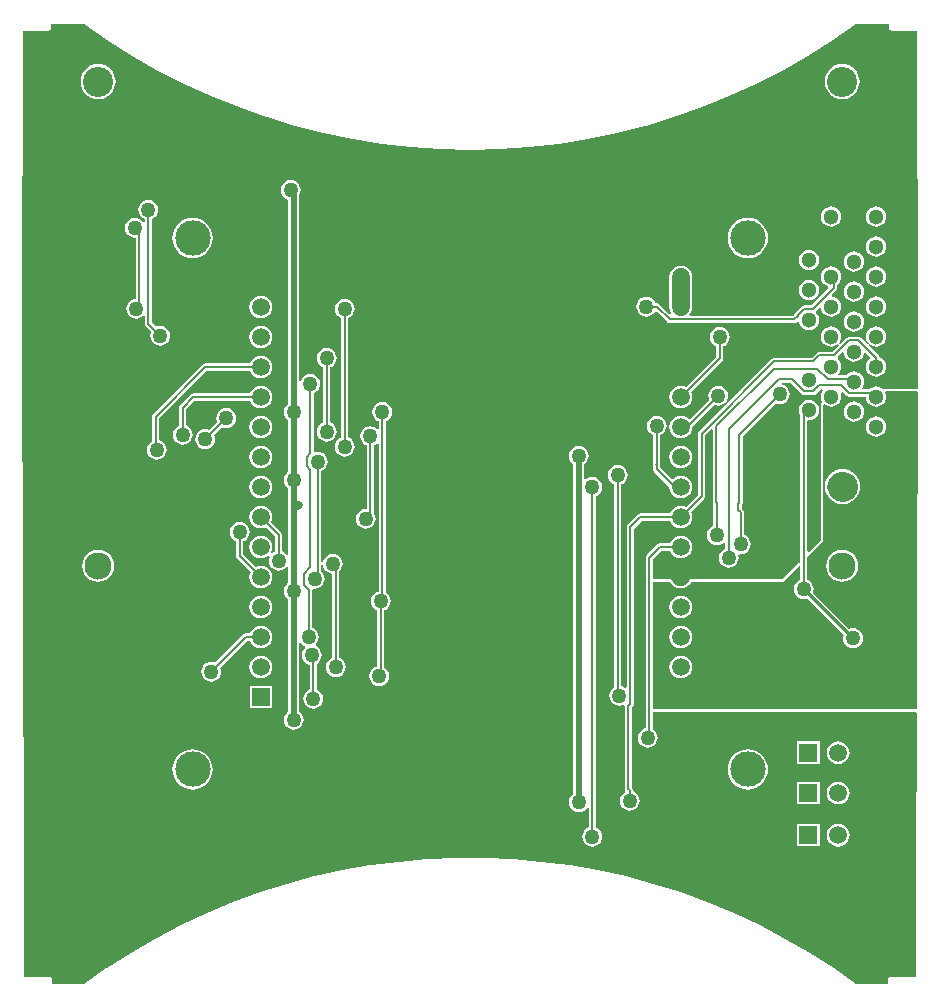
<source format=gtl>
%FSLAX42Y42*%
%MOMM*%
G71*
G01*
G75*
G04 Layer_Physical_Order=1*
G04 Layer_Color=255*
%ADD10C,0.20*%
%ADD11C,0.25*%
%ADD12C,1.50*%
%ADD13C,0.50*%
%ADD14C,1.30*%
%ADD15C,2.55*%
%ADD16C,2.30*%
%ADD17C,3.00*%
%ADD18R,1.50X1.50*%
%ADD19C,1.50*%
%ADD20R,1.50X1.50*%
%ADD21C,2.54*%
%ADD22C,1.27*%
%ADD23C,0.60*%
G36*
X3032Y4653D02*
X3033Y4648D01*
X3034Y4642D01*
X3034Y4642D01*
X3034Y4642D01*
X3037Y4638D01*
X3040Y4634D01*
X3040Y4634D01*
X3040Y4634D01*
X3045Y4631D01*
X3049Y4628D01*
X3049Y4628D01*
X3049Y4628D01*
X3054Y4627D01*
X3059Y4626D01*
X3270D01*
X3278Y2146D01*
X3276Y1607D01*
X3275Y1604D01*
X3267Y1596D01*
X3267Y1596D01*
X3012Y1596D01*
X3010Y1595D01*
X3008D01*
X3006Y1594D01*
X3004Y1594D01*
X3002Y1593D01*
X3000Y1592D01*
X3000Y1592D01*
X2995Y1590D01*
X2986Y1590D01*
X2983Y1591D01*
X2968Y1602D01*
X2947Y1611D01*
X2925Y1614D01*
X2903Y1611D01*
X2882Y1602D01*
X2866Y1590D01*
X2808D01*
X2802Y1602D01*
X2809Y1612D01*
X2818Y1633D01*
X2821Y1655D01*
X2818Y1677D01*
X2809Y1698D01*
X2796Y1716D01*
X2778Y1729D01*
X2757Y1738D01*
X2735Y1741D01*
X2713Y1738D01*
X2692Y1729D01*
X2674Y1716D01*
X2668Y1707D01*
X2608D01*
X2604Y1720D01*
X2605Y1721D01*
X2619Y1739D01*
X2628Y1760D01*
X2630Y1782D01*
X2628Y1804D01*
X2619Y1825D01*
X2605Y1843D01*
X2600Y1847D01*
X2599Y1864D01*
X2637Y1902D01*
X2650Y1897D01*
X2652Y1887D01*
X2660Y1866D01*
X2674Y1848D01*
X2692Y1834D01*
X2713Y1826D01*
X2735Y1823D01*
X2757Y1826D01*
X2778Y1834D01*
X2796Y1848D01*
X2809Y1866D01*
X2818Y1887D01*
X2819Y1897D01*
X2833Y1902D01*
X2873Y1862D01*
X2872Y1849D01*
X2864Y1843D01*
X2851Y1825D01*
X2842Y1804D01*
X2839Y1782D01*
X2842Y1760D01*
X2851Y1739D01*
X2864Y1721D01*
X2882Y1707D01*
X2903Y1699D01*
X2925Y1696D01*
X2947Y1699D01*
X2968Y1707D01*
X2986Y1721D01*
X3000Y1739D01*
X3008Y1760D01*
X3011Y1782D01*
X3008Y1804D01*
X3000Y1825D01*
X2986Y1843D01*
X2968Y1856D01*
X2954Y1862D01*
X2954Y1865D01*
X2947Y1875D01*
X2860Y1963D01*
X2868Y1972D01*
X2870Y1970D01*
X2882Y1961D01*
X2903Y1953D01*
X2925Y1950D01*
X2947Y1953D01*
X2968Y1961D01*
X2986Y1975D01*
X3000Y1993D01*
X3008Y2014D01*
X3011Y2036D01*
X3008Y2058D01*
X3000Y2079D01*
X2986Y2097D01*
X2968Y2110D01*
X2947Y2119D01*
X2925Y2122D01*
X2903Y2119D01*
X2882Y2110D01*
X2864Y2097D01*
X2851Y2079D01*
X2842Y2058D01*
X2839Y2036D01*
X2842Y2014D01*
X2851Y1993D01*
X2860Y1981D01*
X2861Y1979D01*
X2852Y1970D01*
X2796Y2026D01*
X2786Y2033D01*
X2774Y2035D01*
X2695D01*
X2684Y2033D01*
X2674Y2026D01*
X2617Y1970D01*
X2608Y1978D01*
X2610Y1982D01*
X2619Y1993D01*
X2628Y2014D01*
X2630Y2036D01*
X2628Y2058D01*
X2619Y2079D01*
X2605Y2097D01*
X2587Y2110D01*
X2567Y2119D01*
X2544Y2122D01*
X2522Y2119D01*
X2501Y2110D01*
X2484Y2097D01*
X2470Y2079D01*
X2461Y2058D01*
X2458Y2036D01*
X2461Y2014D01*
X2470Y1993D01*
X2484Y1975D01*
X2501Y1961D01*
X2522Y1953D01*
X2544Y1950D01*
X2567Y1953D01*
X2587Y1961D01*
X2598Y1970D01*
X2602Y1973D01*
X2611Y1963D01*
X2556Y1908D01*
X2444D01*
X2433Y1906D01*
X2423Y1899D01*
X2381Y1857D01*
X2061D01*
X2050Y1855D01*
X2039Y1848D01*
X1426Y1235D01*
X1419Y1225D01*
X1417Y1213D01*
Y699D01*
X1312Y594D01*
X1295Y601D01*
X1270Y604D01*
X1245Y601D01*
X1222Y591D01*
X1202Y576D01*
X1187Y556D01*
X1180Y539D01*
X927D01*
X915Y537D01*
X905Y530D01*
X821Y446D01*
X815Y436D01*
X812Y424D01*
Y-930D01*
X800Y-936D01*
X792Y-930D01*
X771Y-922D01*
X768Y-921D01*
Y786D01*
X779Y790D01*
X796Y804D01*
X810Y821D01*
X818Y842D01*
X821Y864D01*
X818Y885D01*
X810Y906D01*
X796Y923D01*
X779Y937D01*
X758Y945D01*
X737Y948D01*
X715Y945D01*
X694Y937D01*
X677Y923D01*
X663Y906D01*
X655Y885D01*
X652Y864D01*
X655Y842D01*
X663Y821D01*
X677Y804D01*
X694Y790D01*
X706Y786D01*
Y-931D01*
X690Y-944D01*
X676Y-961D01*
X668Y-981D01*
X665Y-1003D01*
X668Y-1025D01*
X676Y-1046D01*
X690Y-1063D01*
X707Y-1077D01*
X727Y-1085D01*
X749Y-1088D01*
X771Y-1085D01*
X784Y-1080D01*
X795Y-1089D01*
X795Y-1090D01*
Y-1791D01*
X797Y-1803D01*
X798Y-1804D01*
X796Y-1819D01*
X794Y-1820D01*
X778Y-1833D01*
X765Y-1850D01*
X757Y-1870D01*
X754Y-1892D01*
X757Y-1914D01*
X765Y-1935D01*
X778Y-1952D01*
X796Y-1966D01*
X816Y-1974D01*
X838Y-1977D01*
X860Y-1974D01*
X880Y-1966D01*
X898Y-1952D01*
X911Y-1935D01*
X920Y-1914D01*
X923Y-1892D01*
X920Y-1870D01*
X911Y-1850D01*
X898Y-1833D01*
X880Y-1819D01*
X869Y-1814D01*
Y-1803D01*
X867Y-1792D01*
X860Y-1782D01*
X856Y-1778D01*
Y-1103D01*
X865Y-1094D01*
X872Y-1084D01*
X874Y-1072D01*
Y411D01*
X940Y477D01*
X1180D01*
X1187Y460D01*
X1202Y440D01*
X1222Y425D01*
X1245Y415D01*
X1270Y412D01*
X1295Y415D01*
X1318Y425D01*
X1338Y440D01*
X1353Y460D01*
X1363Y483D01*
X1366Y508D01*
X1363Y533D01*
X1356Y550D01*
X1470Y664D01*
X1476Y674D01*
X1479Y686D01*
Y1200D01*
X1529Y1250D01*
X1541Y1245D01*
Y635D01*
X1543Y623D01*
X1544Y622D01*
Y434D01*
X1533Y429D01*
X1515Y415D01*
X1502Y398D01*
X1493Y377D01*
X1490Y356D01*
X1493Y334D01*
X1502Y313D01*
X1515Y296D01*
X1533Y282D01*
X1553Y274D01*
X1575Y271D01*
X1597Y274D01*
X1617Y282D01*
X1633Y294D01*
X1645Y291D01*
Y243D01*
X1634Y238D01*
X1617Y225D01*
X1603Y207D01*
X1595Y187D01*
X1592Y165D01*
X1595Y143D01*
X1603Y123D01*
X1617Y105D01*
X1634Y92D01*
X1655Y83D01*
X1676Y81D01*
X1698Y83D01*
X1719Y92D01*
X1736Y105D01*
X1750Y123D01*
X1758Y143D01*
X1761Y165D01*
X1758Y185D01*
X1763Y191D01*
X1768Y196D01*
X1778Y195D01*
X1800Y198D01*
X1820Y206D01*
X1838Y220D01*
X1851Y237D01*
X1860Y258D01*
X1863Y279D01*
X1860Y301D01*
X1851Y322D01*
X1838Y339D01*
X1820Y353D01*
X1809Y357D01*
Y550D01*
X1807Y562D01*
X1800Y572D01*
X1787Y585D01*
Y609D01*
X1787Y610D01*
X1794Y620D01*
X1796Y631D01*
Y1194D01*
X2075Y1472D01*
X2086Y1468D01*
X2108Y1465D01*
X2130Y1468D01*
X2150Y1476D01*
X2168Y1490D01*
X2181Y1507D01*
X2190Y1528D01*
X2193Y1549D01*
X2190Y1571D01*
X2181Y1592D01*
X2168Y1609D01*
X2150Y1623D01*
X2133Y1630D01*
X2128Y1639D01*
X2127Y1644D01*
X2128Y1645D01*
X2198D01*
X2293Y1550D01*
X2303Y1544D01*
X2315Y1541D01*
X2393D01*
X2405Y1544D01*
X2415Y1550D01*
X2457Y1592D01*
X2470D01*
X2477Y1580D01*
X2470Y1571D01*
X2461Y1550D01*
X2458Y1528D01*
X2461Y1506D01*
X2470Y1485D01*
X2465Y1474D01*
X2464Y1472D01*
X2462Y1471D01*
X2461Y1471D01*
X2461Y1470D01*
X2459Y1467D01*
X2457Y1464D01*
X2457Y1464D01*
X2457Y1463D01*
X2456Y1460D01*
X2456Y1456D01*
X2456Y889D01*
X2456Y313D01*
X2354Y212D01*
X2342Y217D01*
Y1319D01*
X2352Y1328D01*
X2354Y1328D01*
X2376Y1330D01*
X2397Y1339D01*
X2415Y1353D01*
X2429Y1371D01*
X2437Y1391D01*
X2440Y1414D01*
X2437Y1436D01*
X2429Y1457D01*
X2415Y1474D01*
X2397Y1488D01*
X2376Y1497D01*
X2354Y1500D01*
X2332Y1497D01*
X2311Y1488D01*
X2293Y1474D01*
X2279Y1457D01*
X2271Y1436D01*
X2268Y1414D01*
X2271Y1391D01*
X2279Y1371D01*
X2280Y1369D01*
Y128D01*
X2269Y118D01*
X2265Y117D01*
X2261Y116D01*
X2254Y112D01*
X2125Y-17D01*
X1357Y-17D01*
X1349Y-19D01*
X1343Y-23D01*
X1338Y-30D01*
X1335Y-38D01*
X1323Y-53D01*
X1308Y-65D01*
X1289Y-73D01*
X1270Y-75D01*
X1251Y-73D01*
X1232Y-65D01*
X1217Y-53D01*
X1205Y-38D01*
X1202Y-30D01*
X1197Y-23D01*
X1191Y-19D01*
X1183Y-17D01*
X1034Y-17D01*
Y152D01*
X1105Y223D01*
X1180D01*
X1187Y206D01*
X1202Y186D01*
X1222Y171D01*
X1245Y161D01*
X1270Y158D01*
X1295Y161D01*
X1318Y171D01*
X1338Y186D01*
X1353Y206D01*
X1363Y229D01*
X1366Y254D01*
X1363Y279D01*
X1353Y302D01*
X1338Y322D01*
X1318Y337D01*
X1295Y347D01*
X1270Y350D01*
X1245Y347D01*
X1222Y337D01*
X1202Y322D01*
X1187Y302D01*
X1180Y285D01*
X1092D01*
X1080Y283D01*
X1070Y276D01*
X981Y187D01*
X975Y177D01*
X972Y165D01*
Y-1277D01*
X969Y-1277D01*
X948Y-1286D01*
X931Y-1299D01*
X917Y-1317D01*
X909Y-1337D01*
X906Y-1359D01*
X909Y-1381D01*
X917Y-1401D01*
X931Y-1419D01*
X948Y-1432D01*
X969Y-1441D01*
X991Y-1443D01*
X1012Y-1441D01*
X1033Y-1432D01*
X1050Y-1419D01*
X1064Y-1401D01*
X1072Y-1381D01*
X1075Y-1359D01*
X1072Y-1337D01*
X1064Y-1317D01*
X1050Y-1299D01*
X1034Y-1287D01*
Y-1138D01*
X3258Y-1138D01*
X3267Y-1147D01*
X3263Y-2504D01*
X3263Y-2504D01*
X3263Y-2504D01*
X3262Y-3384D01*
X3051D01*
X3051Y-3384D01*
X3051Y-3384D01*
X3046Y-3385D01*
X3041Y-3386D01*
X3041Y-3386D01*
X3041Y-3386D01*
X3036Y-3389D01*
X3032Y-3392D01*
X3032Y-3392D01*
X3032Y-3392D01*
X3029Y-3396D01*
X3026Y-3401D01*
X3026Y-3401D01*
X3026Y-3401D01*
X3025Y-3406D01*
X3024Y-3411D01*
X3024Y-3411D01*
X3024Y-3411D01*
X3024Y-3436D01*
X3015Y-3445D01*
X2756D01*
X2566Y-3312D01*
X2566Y-3311D01*
X2565Y-3311D01*
X2362Y-3181D01*
X2362Y-3181D01*
X2361Y-3181D01*
X2153Y-3060D01*
X2152Y-3060D01*
X2152Y-3060D01*
X1939Y-2948D01*
X1938Y-2948D01*
X1938Y-2948D01*
X1720Y-2846D01*
X1719Y-2846D01*
X1719Y-2845D01*
X1496Y-2753D01*
X1496Y-2753D01*
X1495Y-2753D01*
X1269Y-2670D01*
X1269Y-2670D01*
X1268Y-2670D01*
X1039Y-2597D01*
X1038Y-2597D01*
X1037Y-2597D01*
X805Y-2534D01*
X804Y-2534D01*
X804Y-2534D01*
X569Y-2482D01*
X568Y-2482D01*
X568Y-2482D01*
X331Y-2440D01*
X330Y-2440D01*
X330Y-2440D01*
X91Y-2408D01*
X91Y-2408D01*
X90Y-2408D01*
X-150Y-2387D01*
X-150Y-2387D01*
X-151Y-2387D01*
X-391Y-2376D01*
X-392Y-2376D01*
X-393Y-2376D01*
X-633D01*
X-634Y-2376D01*
X-634Y-2376D01*
X-875Y-2387D01*
X-875Y-2387D01*
X-876Y-2387D01*
X-1116Y-2408D01*
X-1116Y-2408D01*
X-1117Y-2408D01*
X-1355Y-2440D01*
X-1356Y-2440D01*
X-1357Y-2440D01*
X-1594Y-2482D01*
X-1594Y-2482D01*
X-1595Y-2482D01*
X-1830Y-2534D01*
X-1830Y-2534D01*
X-1831Y-2534D01*
X-2063Y-2597D01*
X-2064Y-2597D01*
X-2064Y-2597D01*
X-2294Y-2670D01*
X-2294Y-2670D01*
X-2295Y-2670D01*
X-2521Y-2753D01*
X-2522Y-2753D01*
X-2522Y-2753D01*
X-2744Y-2845D01*
X-2745Y-2846D01*
X-2745Y-2846D01*
X-2963Y-2948D01*
X-2964Y-2948D01*
X-2964Y-2948D01*
X-3178Y-3060D01*
X-3178Y-3060D01*
X-3179Y-3060D01*
X-3387Y-3181D01*
X-3388Y-3181D01*
X-3388Y-3181D01*
X-3591Y-3311D01*
X-3591Y-3311D01*
X-3592Y-3312D01*
X-3782Y-3445D01*
X-4041D01*
X-4050Y-3436D01*
X-4050Y-3411D01*
X-4050Y-3411D01*
X-4050Y-3411D01*
X-4051Y-3406D01*
X-4052Y-3401D01*
X-4052Y-3401D01*
X-4052Y-3401D01*
X-4055Y-3396D01*
X-4058Y-3392D01*
X-4058Y-3392D01*
X-4058Y-3392D01*
X-4062Y-3389D01*
X-4066Y-3386D01*
X-4066Y-3386D01*
X-4066Y-3386D01*
X-4071Y-3385D01*
X-4077Y-3384D01*
X-4077Y-3384D01*
X-4077Y-3384D01*
X-4288D01*
X-4288Y-2504D01*
X-4288Y-2504D01*
X-4288Y-2504D01*
X-4296Y-178D01*
X-4304Y2146D01*
X-4295Y4626D01*
X-4085D01*
X-4080Y4627D01*
X-4075Y4628D01*
X-4075Y4628D01*
X-4075Y4628D01*
X-4070Y4631D01*
X-4066Y4634D01*
X-4066Y4634D01*
X-4066Y4634D01*
X-4063Y4638D01*
X-4060Y4642D01*
X-4060Y4642D01*
X-4060Y4642D01*
X-4059Y4648D01*
X-4058Y4653D01*
X-4058Y4687D01*
X-3782D01*
X-3585Y4549D01*
X-3584Y4548D01*
X-3584Y4548D01*
X-3373Y4414D01*
X-3373Y4414D01*
X-3372Y4414D01*
X-3156Y4289D01*
X-3156Y4289D01*
X-3155Y4289D01*
X-2933Y4175D01*
X-2933Y4175D01*
X-2932Y4174D01*
X-2706Y4070D01*
X-2705Y4070D01*
X-2705Y4070D01*
X-2474Y3976D01*
X-2473Y3976D01*
X-2473Y3976D01*
X-2238Y3893D01*
X-2237Y3893D01*
X-2236Y3892D01*
X-1998Y3820D01*
X-1997Y3820D01*
X-1997Y3820D01*
X-1755Y3758D01*
X-1755Y3758D01*
X-1754Y3758D01*
X-1510Y3707D01*
X-1509Y3707D01*
X-1509Y3707D01*
X-1263Y3668D01*
X-1262Y3668D01*
X-1261Y3668D01*
X-1014Y3639D01*
X-1013Y3640D01*
X-1013Y3639D01*
X-764Y3622D01*
X-763Y3623D01*
X-763Y3622D01*
X-514Y3617D01*
X-513Y3617D01*
X-512Y3617D01*
X-263Y3622D01*
X-263Y3623D01*
X-262Y3622D01*
X-13Y3639D01*
X-13Y3640D01*
X-12Y3639D01*
X236Y3668D01*
X236Y3668D01*
X237Y3668D01*
X483Y3707D01*
X484Y3707D01*
X484Y3707D01*
X728Y3758D01*
X729Y3758D01*
X729Y3758D01*
X971Y3820D01*
X972Y3820D01*
X972Y3820D01*
X1211Y3892D01*
X1211Y3893D01*
X1212Y3893D01*
X1447Y3976D01*
X1447Y3976D01*
X1448Y3976D01*
X1679Y4070D01*
X1679Y4070D01*
X1680Y4070D01*
X1907Y4174D01*
X1907Y4175D01*
X1908Y4175D01*
X2129Y4289D01*
X2130Y4289D01*
X2130Y4289D01*
X2347Y4414D01*
X2347Y4414D01*
X2348Y4414D01*
X2558Y4548D01*
X2558Y4548D01*
X2559Y4549D01*
X2756Y4687D01*
X3032D01*
X3032Y4653D01*
D02*
G37*
G36*
X3267Y1575D02*
X3276Y1566D01*
X3270Y-178D01*
X3267Y-1118D01*
X1034Y-1118D01*
Y-38D01*
X1183Y-38D01*
X1187Y-48D01*
X1202Y-68D01*
X1222Y-83D01*
X1245Y-93D01*
X1270Y-96D01*
X1295Y-93D01*
X1318Y-83D01*
X1338Y-68D01*
X1353Y-48D01*
X1357Y-38D01*
X2134Y-38D01*
X2269Y97D01*
X2280Y92D01*
Y-24D01*
X2269Y-28D01*
X2252Y-42D01*
X2238Y-59D01*
X2230Y-80D01*
X2227Y-102D01*
X2230Y-123D01*
X2238Y-144D01*
X2252Y-161D01*
X2269Y-175D01*
X2290Y-183D01*
X2311Y-186D01*
X2333Y-183D01*
X2342Y-180D01*
X2650Y-488D01*
X2648Y-495D01*
X2645Y-517D01*
X2648Y-539D01*
X2656Y-559D01*
X2669Y-577D01*
X2687Y-590D01*
X2707Y-599D01*
X2729Y-601D01*
X2751Y-599D01*
X2772Y-590D01*
X2789Y-577D01*
X2802Y-559D01*
X2811Y-539D01*
X2814Y-517D01*
X2811Y-495D01*
X2802Y-475D01*
X2789Y-457D01*
X2772Y-444D01*
X2751Y-435D01*
X2729Y-432D01*
X2707Y-435D01*
X2697Y-440D01*
X2389Y-132D01*
X2393Y-123D01*
X2396Y-102D01*
X2393Y-80D01*
X2385Y-59D01*
X2371Y-42D01*
X2354Y-28D01*
X2342Y-24D01*
Y171D01*
X2476Y305D01*
X2476Y889D01*
X2477Y1456D01*
X2489Y1463D01*
X2501Y1453D01*
X2522Y1445D01*
X2544Y1442D01*
X2567Y1445D01*
X2587Y1453D01*
X2605Y1467D01*
X2619Y1485D01*
X2628Y1506D01*
X2630Y1528D01*
X2628Y1550D01*
X2625Y1556D01*
X2633Y1568D01*
X2642Y1569D01*
X2674Y1537D01*
X2684Y1530D01*
X2696Y1528D01*
X2839D01*
X2842Y1506D01*
X2851Y1485D01*
X2864Y1467D01*
X2882Y1453D01*
X2903Y1445D01*
X2925Y1442D01*
X2947Y1445D01*
X2968Y1453D01*
X2986Y1467D01*
X3000Y1485D01*
X3008Y1506D01*
X3011Y1528D01*
X3008Y1550D01*
X3003Y1562D01*
X3012Y1575D01*
X3267Y1575D01*
D02*
G37*
%LPC*%
G36*
X-3663Y233D02*
X-3698Y228D01*
X-3731Y214D01*
X-3760Y193D01*
X-3781Y164D01*
X-3795Y131D01*
X-3800Y96D01*
X-3795Y61D01*
X-3781Y28D01*
X-3760Y-1D01*
X-3731Y-23D01*
X-3698Y-36D01*
X-3663Y-41D01*
X-3628Y-36D01*
X-3595Y-23D01*
X-3566Y-1D01*
X-3544Y28D01*
X-3531Y61D01*
X-3526Y96D01*
X-3531Y131D01*
X-3544Y164D01*
X-3566Y193D01*
X-3595Y214D01*
X-3628Y228D01*
X-3663Y233D01*
D02*
G37*
G36*
X2637D02*
X2602Y228D01*
X2569Y214D01*
X2540Y193D01*
X2519Y164D01*
X2505Y131D01*
X2500Y96D01*
X2505Y61D01*
X2519Y28D01*
X2540Y-1D01*
X2569Y-23D01*
X2602Y-36D01*
X2637Y-41D01*
X2672Y-36D01*
X2705Y-23D01*
X2734Y-1D01*
X2756Y28D01*
X2769Y61D01*
X2774Y96D01*
X2769Y131D01*
X2756Y164D01*
X2734Y193D01*
X2705Y214D01*
X2672Y228D01*
X2637Y233D01*
D02*
G37*
G36*
X-2032Y3361D02*
X-2054Y3358D01*
X-2074Y3350D01*
X-2092Y3336D01*
X-2105Y3319D01*
X-2114Y3298D01*
X-2117Y3277D01*
X-2114Y3255D01*
X-2105Y3234D01*
X-2092Y3217D01*
X-2074Y3203D01*
X-2054Y3195D01*
X-2053Y3195D01*
Y1467D01*
X-2066Y1457D01*
X-2080Y1439D01*
X-2088Y1419D01*
X-2091Y1397D01*
X-2088Y1375D01*
X-2080Y1355D01*
X-2066Y1337D01*
X-2053Y1327D01*
Y896D01*
X-2066Y885D01*
X-2080Y868D01*
X-2088Y847D01*
X-2091Y826D01*
X-2088Y804D01*
X-2080Y783D01*
X-2066Y766D01*
X-2053Y755D01*
Y636D01*
X-2053Y636D01*
X-2053Y636D01*
Y193D01*
X-2066Y189D01*
X-2074Y199D01*
X-2091Y213D01*
X-2103Y218D01*
Y356D01*
X-2105Y367D01*
X-2112Y377D01*
X-2200Y466D01*
X-2193Y483D01*
X-2190Y508D01*
X-2193Y533D01*
X-2203Y556D01*
X-2218Y576D01*
X-2238Y591D01*
X-2261Y601D01*
X-2286Y604D01*
X-2311Y601D01*
X-2334Y591D01*
X-2354Y576D01*
X-2369Y556D01*
X-2379Y533D01*
X-2382Y508D01*
X-2379Y483D01*
X-2369Y460D01*
X-2354Y440D01*
X-2334Y425D01*
X-2311Y415D01*
X-2286Y412D01*
X-2261Y415D01*
X-2244Y422D01*
X-2165Y343D01*
Y218D01*
X-2176Y213D01*
X-2191Y201D01*
X-2202Y209D01*
X-2193Y229D01*
X-2190Y254D01*
X-2193Y279D01*
X-2203Y302D01*
X-2218Y322D01*
X-2238Y337D01*
X-2261Y347D01*
X-2286Y350D01*
X-2311Y347D01*
X-2334Y337D01*
X-2354Y322D01*
X-2369Y302D01*
X-2379Y279D01*
X-2382Y254D01*
X-2379Y229D01*
X-2369Y206D01*
X-2354Y186D01*
X-2334Y171D01*
X-2311Y161D01*
X-2286Y158D01*
X-2261Y161D01*
X-2238Y171D01*
X-2229Y178D01*
X-2212Y175D01*
X-2210Y173D01*
X-2215Y162D01*
X-2218Y140D01*
X-2215Y118D01*
X-2207Y97D01*
X-2193Y80D01*
X-2176Y66D01*
X-2155Y58D01*
X-2134Y55D01*
X-2112Y58D01*
X-2091Y66D01*
X-2074Y80D01*
X-2066Y91D01*
X-2053Y86D01*
Y-44D01*
X-2066Y-55D01*
X-2080Y-72D01*
X-2088Y-92D01*
X-2091Y-114D01*
X-2088Y-136D01*
X-2080Y-157D01*
X-2066Y-174D01*
X-2053Y-184D01*
Y-1105D01*
Y-1136D01*
X-2066Y-1147D01*
X-2080Y-1164D01*
X-2088Y-1185D01*
X-2091Y-1206D01*
X-2088Y-1228D01*
X-2080Y-1249D01*
X-2066Y-1266D01*
X-2049Y-1280D01*
X-2028Y-1288D01*
X-2007Y-1291D01*
X-1985Y-1288D01*
X-1964Y-1280D01*
X-1947Y-1266D01*
X-1933Y-1249D01*
X-1925Y-1228D01*
X-1922Y-1206D01*
X-1925Y-1185D01*
X-1933Y-1164D01*
X-1947Y-1147D01*
X-1960Y-1136D01*
Y-1105D01*
Y-561D01*
X-1948Y-557D01*
X-1939Y-568D01*
X-1922Y-581D01*
X-1914Y-585D01*
X-1912Y-599D01*
X-1914Y-601D01*
X-1927Y-618D01*
X-1936Y-639D01*
X-1939Y-660D01*
X-1936Y-682D01*
X-1927Y-703D01*
X-1914Y-720D01*
X-1896Y-734D01*
X-1876Y-742D01*
X-1872Y-743D01*
Y-951D01*
X-1884Y-955D01*
X-1901Y-969D01*
X-1915Y-986D01*
X-1923Y-1007D01*
X-1926Y-1029D01*
X-1923Y-1051D01*
X-1915Y-1071D01*
X-1901Y-1088D01*
X-1884Y-1102D01*
X-1863Y-1110D01*
X-1842Y-1113D01*
X-1820Y-1110D01*
X-1799Y-1102D01*
X-1782Y-1088D01*
X-1768Y-1071D01*
X-1760Y-1051D01*
X-1757Y-1029D01*
X-1760Y-1007D01*
X-1768Y-986D01*
X-1782Y-969D01*
X-1799Y-955D01*
X-1811Y-951D01*
Y-733D01*
X-1794Y-720D01*
X-1781Y-703D01*
X-1773Y-682D01*
X-1770Y-660D01*
X-1773Y-639D01*
X-1781Y-618D01*
X-1794Y-601D01*
X-1812Y-587D01*
X-1820Y-584D01*
X-1822Y-569D01*
X-1820Y-568D01*
X-1806Y-550D01*
X-1798Y-530D01*
X-1795Y-508D01*
X-1798Y-486D01*
X-1806Y-466D01*
X-1820Y-448D01*
X-1837Y-435D01*
X-1849Y-430D01*
Y-109D01*
X-1849Y-107D01*
X-1838Y-96D01*
X-1829Y-97D01*
X-1807Y-94D01*
X-1787Y-86D01*
X-1769Y-72D01*
X-1756Y-55D01*
X-1747Y-35D01*
X-1744Y-13D01*
X-1747Y9D01*
X-1756Y30D01*
X-1769Y47D01*
X-1772Y50D01*
Y105D01*
X-1760Y106D01*
X-1758Y92D01*
X-1750Y72D01*
X-1736Y55D01*
X-1719Y41D01*
X-1698Y33D01*
X-1682Y30D01*
Y-684D01*
X-1693Y-689D01*
X-1711Y-702D01*
X-1724Y-720D01*
X-1733Y-740D01*
X-1736Y-762D01*
X-1733Y-784D01*
X-1724Y-804D01*
X-1711Y-822D01*
X-1693Y-835D01*
X-1673Y-844D01*
X-1651Y-847D01*
X-1629Y-844D01*
X-1609Y-835D01*
X-1591Y-822D01*
X-1578Y-804D01*
X-1569Y-784D01*
X-1566Y-762D01*
X-1569Y-740D01*
X-1578Y-720D01*
X-1591Y-702D01*
X-1609Y-689D01*
X-1620Y-684D01*
Y52D01*
X-1617Y55D01*
X-1603Y72D01*
X-1595Y92D01*
X-1592Y114D01*
X-1595Y136D01*
X-1603Y157D01*
X-1617Y174D01*
X-1634Y188D01*
X-1655Y196D01*
X-1676Y199D01*
X-1698Y196D01*
X-1719Y188D01*
X-1736Y174D01*
X-1750Y157D01*
X-1758Y136D01*
X-1760Y123D01*
X-1772Y124D01*
Y900D01*
X-1761Y905D01*
X-1744Y918D01*
X-1730Y936D01*
X-1722Y956D01*
X-1719Y978D01*
X-1722Y1000D01*
X-1730Y1020D01*
X-1744Y1038D01*
X-1761Y1051D01*
X-1782Y1060D01*
X-1803Y1062D01*
X-1823Y1060D01*
X-1830Y1062D01*
X-1836Y1067D01*
Y1560D01*
X-1825Y1565D01*
X-1807Y1579D01*
X-1794Y1596D01*
X-1785Y1616D01*
X-1782Y1638D01*
X-1785Y1660D01*
X-1794Y1681D01*
X-1807Y1698D01*
X-1825Y1712D01*
X-1845Y1720D01*
X-1867Y1723D01*
X-1889Y1720D01*
X-1909Y1712D01*
X-1927Y1698D01*
X-1940Y1681D01*
X-1949Y1660D01*
X-1960Y1663D01*
Y3232D01*
X-1959Y3234D01*
X-1950Y3255D01*
X-1947Y3277D01*
X-1950Y3298D01*
X-1959Y3319D01*
X-1972Y3336D01*
X-1990Y3350D01*
X-2010Y3358D01*
X-2032Y3361D01*
D02*
G37*
G36*
X-2286Y-158D02*
X-2311Y-161D01*
X-2334Y-171D01*
X-2354Y-186D01*
X-2369Y-206D01*
X-2379Y-229D01*
X-2382Y-254D01*
X-2379Y-279D01*
X-2369Y-302D01*
X-2354Y-322D01*
X-2334Y-337D01*
X-2311Y-347D01*
X-2286Y-350D01*
X-2261Y-347D01*
X-2238Y-337D01*
X-2218Y-322D01*
X-2203Y-302D01*
X-2193Y-279D01*
X-2190Y-254D01*
X-2193Y-229D01*
X-2203Y-206D01*
X-2218Y-186D01*
X-2238Y-171D01*
X-2261Y-161D01*
X-2286Y-158D01*
D02*
G37*
G36*
X1270D02*
X1245Y-161D01*
X1222Y-171D01*
X1202Y-186D01*
X1187Y-206D01*
X1177Y-229D01*
X1174Y-254D01*
X1177Y-279D01*
X1187Y-302D01*
X1202Y-322D01*
X1222Y-337D01*
X1245Y-347D01*
X1270Y-350D01*
X1295Y-347D01*
X1318Y-337D01*
X1338Y-322D01*
X1353Y-302D01*
X1363Y-279D01*
X1366Y-254D01*
X1363Y-229D01*
X1353Y-206D01*
X1338Y-186D01*
X1318Y-171D01*
X1295Y-161D01*
X1270Y-158D01*
D02*
G37*
G36*
X-2464Y466D02*
X-2486Y463D01*
X-2506Y454D01*
X-2524Y441D01*
X-2537Y423D01*
X-2545Y403D01*
X-2548Y381D01*
X-2545Y359D01*
X-2537Y339D01*
X-2524Y321D01*
X-2506Y308D01*
X-2495Y303D01*
Y178D01*
X-2492Y166D01*
X-2486Y156D01*
X-2372Y42D01*
X-2379Y25D01*
X-2382Y0D01*
X-2379Y-25D01*
X-2369Y-48D01*
X-2354Y-68D01*
X-2334Y-83D01*
X-2311Y-93D01*
X-2286Y-96D01*
X-2261Y-93D01*
X-2238Y-83D01*
X-2218Y-68D01*
X-2203Y-48D01*
X-2193Y-25D01*
X-2190Y0D01*
X-2193Y25D01*
X-2203Y48D01*
X-2218Y68D01*
X-2238Y83D01*
X-2261Y93D01*
X-2286Y96D01*
X-2311Y93D01*
X-2328Y86D01*
X-2433Y191D01*
Y303D01*
X-2422Y308D01*
X-2404Y321D01*
X-2391Y339D01*
X-2382Y359D01*
X-2379Y381D01*
X-2382Y403D01*
X-2391Y423D01*
X-2404Y441D01*
X-2422Y454D01*
X-2442Y463D01*
X-2464Y466D01*
D02*
G37*
G36*
X2640Y914D02*
X2611Y911D01*
X2583Y903D01*
X2557Y889D01*
X2535Y871D01*
X2517Y848D01*
X2503Y823D01*
X2494Y795D01*
X2492Y766D01*
X2494Y737D01*
X2503Y709D01*
X2517Y684D01*
X2535Y661D01*
X2557Y643D01*
X2583Y629D01*
X2611Y621D01*
X2640Y618D01*
X2668Y621D01*
X2696Y629D01*
X2722Y643D01*
X2744Y661D01*
X2763Y684D01*
X2776Y709D01*
X2785Y737D01*
X2788Y766D01*
X2785Y795D01*
X2776Y823D01*
X2763Y848D01*
X2744Y871D01*
X2722Y889D01*
X2696Y903D01*
X2668Y911D01*
X2640Y914D01*
D02*
G37*
G36*
X-2286Y1112D02*
X-2311Y1109D01*
X-2334Y1099D01*
X-2354Y1084D01*
X-2369Y1064D01*
X-2379Y1041D01*
X-2382Y1016D01*
X-2379Y991D01*
X-2369Y968D01*
X-2354Y948D01*
X-2334Y933D01*
X-2311Y923D01*
X-2286Y920D01*
X-2261Y923D01*
X-2238Y933D01*
X-2218Y948D01*
X-2203Y968D01*
X-2193Y991D01*
X-2190Y1016D01*
X-2193Y1041D01*
X-2203Y1064D01*
X-2218Y1084D01*
X-2238Y1099D01*
X-2261Y1109D01*
X-2286Y1112D01*
D02*
G37*
G36*
X1270D02*
X1245Y1109D01*
X1222Y1099D01*
X1202Y1084D01*
X1187Y1064D01*
X1177Y1041D01*
X1174Y1016D01*
X1177Y991D01*
X1187Y968D01*
X1202Y948D01*
X1222Y933D01*
X1245Y923D01*
X1270Y920D01*
X1295Y923D01*
X1318Y933D01*
X1338Y948D01*
X1353Y968D01*
X1363Y991D01*
X1366Y1016D01*
X1363Y1041D01*
X1353Y1064D01*
X1338Y1084D01*
X1318Y1099D01*
X1295Y1109D01*
X1270Y1112D01*
D02*
G37*
G36*
X-1575Y2358D02*
X-1597Y2355D01*
X-1617Y2347D01*
X-1635Y2333D01*
X-1648Y2316D01*
X-1656Y2295D01*
X-1659Y2273D01*
X-1656Y2251D01*
X-1648Y2231D01*
X-1635Y2214D01*
X-1617Y2200D01*
X-1606Y2195D01*
Y1183D01*
X-1617Y1178D01*
X-1635Y1165D01*
X-1648Y1147D01*
X-1656Y1127D01*
X-1659Y1105D01*
X-1656Y1083D01*
X-1648Y1063D01*
X-1635Y1045D01*
X-1617Y1032D01*
X-1597Y1023D01*
X-1575Y1020D01*
X-1553Y1023D01*
X-1533Y1032D01*
X-1515Y1045D01*
X-1502Y1063D01*
X-1493Y1083D01*
X-1490Y1105D01*
X-1493Y1127D01*
X-1502Y1147D01*
X-1515Y1165D01*
X-1533Y1178D01*
X-1544Y1183D01*
Y2195D01*
X-1533Y2200D01*
X-1515Y2214D01*
X-1502Y2231D01*
X-1493Y2251D01*
X-1490Y2273D01*
X-1493Y2295D01*
X-1502Y2316D01*
X-1515Y2333D01*
X-1533Y2347D01*
X-1553Y2355D01*
X-1575Y2358D01*
D02*
G37*
G36*
X-1727Y1939D02*
X-1749Y1936D01*
X-1769Y1927D01*
X-1787Y1914D01*
X-1800Y1896D01*
X-1809Y1876D01*
X-1812Y1854D01*
X-1809Y1832D01*
X-1800Y1812D01*
X-1787Y1794D01*
X-1769Y1781D01*
X-1758Y1776D01*
Y1310D01*
X-1769Y1305D01*
X-1787Y1292D01*
X-1800Y1274D01*
X-1809Y1254D01*
X-1812Y1232D01*
X-1809Y1210D01*
X-1800Y1190D01*
X-1787Y1172D01*
X-1769Y1159D01*
X-1749Y1150D01*
X-1727Y1147D01*
X-1705Y1150D01*
X-1685Y1159D01*
X-1667Y1172D01*
X-1654Y1190D01*
X-1646Y1210D01*
X-1643Y1232D01*
X-1646Y1254D01*
X-1654Y1274D01*
X-1667Y1292D01*
X-1685Y1305D01*
X-1696Y1310D01*
Y1776D01*
X-1685Y1781D01*
X-1667Y1794D01*
X-1654Y1812D01*
X-1646Y1832D01*
X-1643Y1854D01*
X-1646Y1876D01*
X-1654Y1896D01*
X-1667Y1914D01*
X-1685Y1927D01*
X-1705Y1936D01*
X-1727Y1939D01*
D02*
G37*
G36*
X-2286Y858D02*
X-2311Y855D01*
X-2334Y845D01*
X-2354Y830D01*
X-2369Y810D01*
X-2379Y787D01*
X-2382Y762D01*
X-2379Y737D01*
X-2369Y714D01*
X-2354Y694D01*
X-2334Y679D01*
X-2311Y669D01*
X-2286Y666D01*
X-2261Y669D01*
X-2238Y679D01*
X-2218Y694D01*
X-2203Y714D01*
X-2193Y737D01*
X-2190Y762D01*
X-2193Y787D01*
X-2203Y810D01*
X-2218Y830D01*
X-2238Y845D01*
X-2261Y855D01*
X-2286Y858D01*
D02*
G37*
G36*
X1067Y1367D02*
X1045Y1364D01*
X1025Y1356D01*
X1007Y1342D01*
X994Y1325D01*
X985Y1305D01*
X982Y1283D01*
X985Y1261D01*
X994Y1240D01*
X1007Y1223D01*
X1025Y1209D01*
X1036Y1205D01*
Y971D01*
X1035Y969D01*
X1032Y957D01*
X1035Y946D01*
X1036Y944D01*
Y914D01*
X1038Y903D01*
X1045Y893D01*
X1174Y763D01*
X1174Y762D01*
X1177Y737D01*
X1187Y714D01*
X1202Y694D01*
X1222Y679D01*
X1245Y669D01*
X1270Y666D01*
X1295Y669D01*
X1318Y679D01*
X1338Y694D01*
X1353Y714D01*
X1363Y737D01*
X1366Y762D01*
X1363Y787D01*
X1353Y810D01*
X1338Y830D01*
X1318Y845D01*
X1295Y855D01*
X1270Y858D01*
X1245Y855D01*
X1222Y845D01*
X1202Y830D01*
X1195Y830D01*
X1098Y927D01*
Y1205D01*
X1109Y1209D01*
X1127Y1223D01*
X1140Y1240D01*
X1148Y1261D01*
X1151Y1283D01*
X1148Y1305D01*
X1140Y1325D01*
X1127Y1342D01*
X1109Y1356D01*
X1089Y1364D01*
X1067Y1367D01*
D02*
G37*
G36*
X2445Y-1733D02*
X2254D01*
Y-1924D01*
X2445D01*
Y-1733D01*
D02*
G37*
G36*
X-2863Y-1458D02*
X-2896Y-1461D01*
X-2928Y-1471D01*
X-2958Y-1487D01*
X-2984Y-1508D01*
X-3005Y-1534D01*
X-3021Y-1564D01*
X-3031Y-1596D01*
X-3034Y-1629D01*
X-3031Y-1662D01*
X-3021Y-1695D01*
X-3005Y-1724D01*
X-2984Y-1750D01*
X-2958Y-1771D01*
X-2928Y-1787D01*
X-2896Y-1797D01*
X-2863Y-1800D01*
X-2830Y-1797D01*
X-2797Y-1787D01*
X-2768Y-1771D01*
X-2742Y-1750D01*
X-2721Y-1724D01*
X-2705Y-1695D01*
X-2695Y-1662D01*
X-2692Y-1629D01*
X-2695Y-1596D01*
X-2705Y-1564D01*
X-2721Y-1534D01*
X-2742Y-1508D01*
X-2768Y-1487D01*
X-2797Y-1471D01*
X-2830Y-1461D01*
X-2863Y-1458D01*
D02*
G37*
G36*
X1837D02*
X1804Y-1461D01*
X1772Y-1471D01*
X1742Y-1487D01*
X1716Y-1508D01*
X1695Y-1534D01*
X1679Y-1564D01*
X1669Y-1596D01*
X1666Y-1629D01*
X1669Y-1662D01*
X1679Y-1695D01*
X1695Y-1724D01*
X1716Y-1750D01*
X1742Y-1771D01*
X1772Y-1787D01*
X1804Y-1797D01*
X1837Y-1800D01*
X1870Y-1797D01*
X1903Y-1787D01*
X1932Y-1771D01*
X1958Y-1750D01*
X1979Y-1724D01*
X1995Y-1695D01*
X2005Y-1662D01*
X2008Y-1629D01*
X2005Y-1596D01*
X1995Y-1564D01*
X1979Y-1534D01*
X1958Y-1508D01*
X1932Y-1487D01*
X1903Y-1471D01*
X1870Y-1461D01*
X1837Y-1458D01*
D02*
G37*
G36*
X2603Y-1733D02*
X2579Y-1736D01*
X2555Y-1746D01*
X2536Y-1761D01*
X2520Y-1781D01*
X2511Y-1804D01*
X2507Y-1829D01*
X2511Y-1854D01*
X2520Y-1877D01*
X2536Y-1897D01*
X2555Y-1912D01*
X2579Y-1922D01*
X2603Y-1925D01*
X2628Y-1922D01*
X2652Y-1912D01*
X2671Y-1897D01*
X2687Y-1877D01*
X2696Y-1854D01*
X2700Y-1829D01*
X2696Y-1804D01*
X2687Y-1781D01*
X2671Y-1761D01*
X2652Y-1746D01*
X2628Y-1736D01*
X2603Y-1733D01*
D02*
G37*
G36*
X406Y1113D02*
X385Y1110D01*
X364Y1102D01*
X347Y1088D01*
X333Y1071D01*
X325Y1051D01*
X322Y1029D01*
X325Y1007D01*
X333Y986D01*
X347Y969D01*
X360Y959D01*
Y-1835D01*
X347Y-1845D01*
X333Y-1863D01*
X325Y-1883D01*
X322Y-1905D01*
X325Y-1927D01*
X333Y-1947D01*
X347Y-1965D01*
X364Y-1978D01*
X385Y-1987D01*
X406Y-1990D01*
X428Y-1987D01*
X449Y-1978D01*
X466Y-1965D01*
X477Y-1951D01*
X490Y-1955D01*
Y-2119D01*
X478Y-2124D01*
X461Y-2137D01*
X447Y-2155D01*
X439Y-2175D01*
X436Y-2197D01*
X439Y-2219D01*
X447Y-2239D01*
X461Y-2257D01*
X478Y-2270D01*
X499Y-2279D01*
X521Y-2282D01*
X543Y-2279D01*
X563Y-2270D01*
X580Y-2257D01*
X594Y-2239D01*
X602Y-2219D01*
X605Y-2197D01*
X602Y-2175D01*
X594Y-2155D01*
X580Y-2137D01*
X563Y-2124D01*
X552Y-2119D01*
Y684D01*
X563Y689D01*
X580Y702D01*
X594Y720D01*
X602Y740D01*
X605Y762D01*
X602Y784D01*
X594Y804D01*
X580Y822D01*
X563Y835D01*
X543Y844D01*
X521Y847D01*
X499Y844D01*
X478Y835D01*
X465Y825D01*
X453Y831D01*
Y959D01*
X466Y969D01*
X480Y986D01*
X488Y1007D01*
X491Y1029D01*
X488Y1051D01*
X480Y1071D01*
X466Y1088D01*
X449Y1102D01*
X428Y1110D01*
X406Y1113D01*
D02*
G37*
G36*
X2603Y-2088D02*
X2579Y-2092D01*
X2555Y-2101D01*
X2536Y-2116D01*
X2520Y-2136D01*
X2511Y-2160D01*
X2507Y-2184D01*
X2511Y-2209D01*
X2520Y-2232D01*
X2536Y-2252D01*
X2555Y-2268D01*
X2579Y-2277D01*
X2603Y-2281D01*
X2628Y-2277D01*
X2652Y-2268D01*
X2671Y-2252D01*
X2687Y-2232D01*
X2696Y-2209D01*
X2700Y-2184D01*
X2696Y-2160D01*
X2687Y-2136D01*
X2671Y-2116D01*
X2652Y-2101D01*
X2628Y-2092D01*
X2603Y-2088D01*
D02*
G37*
G36*
X2445Y-2089D02*
X2254D01*
Y-2280D01*
X2445D01*
Y-2089D01*
D02*
G37*
G36*
X1270Y-666D02*
X1245Y-669D01*
X1222Y-679D01*
X1202Y-694D01*
X1187Y-714D01*
X1177Y-737D01*
X1174Y-762D01*
X1177Y-787D01*
X1187Y-810D01*
X1202Y-830D01*
X1222Y-845D01*
X1245Y-855D01*
X1270Y-858D01*
X1295Y-855D01*
X1318Y-845D01*
X1338Y-830D01*
X1353Y-810D01*
X1363Y-787D01*
X1366Y-762D01*
X1363Y-737D01*
X1353Y-714D01*
X1338Y-694D01*
X1318Y-679D01*
X1295Y-669D01*
X1270Y-666D01*
D02*
G37*
G36*
X-2286Y-412D02*
X-2311Y-415D01*
X-2334Y-425D01*
X-2354Y-440D01*
X-2369Y-460D01*
X-2376Y-477D01*
X-2413D01*
X-2425Y-479D01*
X-2435Y-486D01*
X-2672Y-723D01*
X-2683Y-718D01*
X-2705Y-716D01*
X-2727Y-718D01*
X-2747Y-727D01*
X-2765Y-740D01*
X-2778Y-758D01*
X-2787Y-778D01*
X-2790Y-800D01*
X-2787Y-822D01*
X-2778Y-842D01*
X-2765Y-860D01*
X-2747Y-873D01*
X-2727Y-882D01*
X-2705Y-885D01*
X-2683Y-882D01*
X-2663Y-873D01*
X-2645Y-860D01*
X-2632Y-842D01*
X-2623Y-822D01*
X-2621Y-800D01*
X-2623Y-778D01*
X-2628Y-767D01*
X-2400Y-539D01*
X-2376D01*
X-2369Y-556D01*
X-2354Y-576D01*
X-2334Y-591D01*
X-2311Y-601D01*
X-2286Y-604D01*
X-2261Y-601D01*
X-2238Y-591D01*
X-2218Y-576D01*
X-2203Y-556D01*
X-2193Y-533D01*
X-2190Y-508D01*
X-2193Y-483D01*
X-2203Y-460D01*
X-2218Y-440D01*
X-2238Y-425D01*
X-2261Y-415D01*
X-2286Y-412D01*
D02*
G37*
G36*
X1270D02*
X1245Y-415D01*
X1222Y-425D01*
X1202Y-440D01*
X1187Y-460D01*
X1177Y-483D01*
X1174Y-508D01*
X1177Y-533D01*
X1187Y-556D01*
X1202Y-576D01*
X1222Y-591D01*
X1245Y-601D01*
X1270Y-604D01*
X1295Y-601D01*
X1318Y-591D01*
X1338Y-576D01*
X1353Y-556D01*
X1363Y-533D01*
X1366Y-508D01*
X1363Y-483D01*
X1353Y-460D01*
X1338Y-440D01*
X1318Y-425D01*
X1295Y-415D01*
X1270Y-412D01*
D02*
G37*
G36*
X-2286Y-666D02*
X-2311Y-669D01*
X-2334Y-679D01*
X-2354Y-694D01*
X-2369Y-714D01*
X-2379Y-737D01*
X-2382Y-762D01*
X-2379Y-787D01*
X-2369Y-810D01*
X-2354Y-830D01*
X-2334Y-845D01*
X-2311Y-855D01*
X-2286Y-858D01*
X-2261Y-855D01*
X-2238Y-845D01*
X-2218Y-830D01*
X-2203Y-810D01*
X-2193Y-787D01*
X-2190Y-762D01*
X-2193Y-737D01*
X-2203Y-714D01*
X-2218Y-694D01*
X-2238Y-679D01*
X-2261Y-669D01*
X-2286Y-666D01*
D02*
G37*
G36*
X2603Y-1390D02*
X2579Y-1393D01*
X2555Y-1403D01*
X2536Y-1418D01*
X2520Y-1438D01*
X2511Y-1461D01*
X2507Y-1486D01*
X2511Y-1511D01*
X2520Y-1534D01*
X2536Y-1554D01*
X2555Y-1569D01*
X2579Y-1579D01*
X2603Y-1582D01*
X2628Y-1579D01*
X2652Y-1569D01*
X2671Y-1554D01*
X2687Y-1534D01*
X2696Y-1511D01*
X2700Y-1486D01*
X2696Y-1461D01*
X2687Y-1438D01*
X2671Y-1418D01*
X2652Y-1403D01*
X2628Y-1393D01*
X2603Y-1390D01*
D02*
G37*
G36*
X2445Y-1391D02*
X2254D01*
Y-1581D01*
X2445D01*
Y-1391D01*
D02*
G37*
G36*
X-2191Y-921D02*
X-2381D01*
Y-1111D01*
X-2191D01*
Y-921D01*
D02*
G37*
G36*
X2735Y2757D02*
X2713Y2754D01*
X2692Y2745D01*
X2674Y2732D01*
X2660Y2714D01*
X2652Y2693D01*
X2649Y2671D01*
X2652Y2649D01*
X2660Y2628D01*
X2674Y2610D01*
X2692Y2596D01*
X2713Y2588D01*
X2735Y2585D01*
X2757Y2588D01*
X2778Y2596D01*
X2796Y2610D01*
X2809Y2628D01*
X2818Y2649D01*
X2821Y2671D01*
X2818Y2693D01*
X2809Y2714D01*
X2796Y2732D01*
X2778Y2745D01*
X2757Y2754D01*
X2735Y2757D01*
D02*
G37*
G36*
X2354Y2770D02*
X2332Y2767D01*
X2311Y2758D01*
X2293Y2744D01*
X2279Y2727D01*
X2271Y2706D01*
X2268Y2684D01*
X2271Y2661D01*
X2279Y2641D01*
X2293Y2623D01*
X2311Y2609D01*
X2332Y2600D01*
X2354Y2598D01*
X2376Y2600D01*
X2397Y2609D01*
X2415Y2623D01*
X2429Y2641D01*
X2437Y2661D01*
X2440Y2684D01*
X2437Y2706D01*
X2429Y2727D01*
X2415Y2744D01*
X2397Y2758D01*
X2376Y2767D01*
X2354Y2770D01*
D02*
G37*
G36*
X-2863Y3042D02*
X-2896Y3039D01*
X-2928Y3029D01*
X-2958Y3013D01*
X-2984Y2992D01*
X-3005Y2966D01*
X-3021Y2936D01*
X-3031Y2904D01*
X-3034Y2871D01*
X-3031Y2838D01*
X-3021Y2805D01*
X-3005Y2776D01*
X-2984Y2750D01*
X-2958Y2729D01*
X-2928Y2713D01*
X-2896Y2703D01*
X-2863Y2700D01*
X-2830Y2703D01*
X-2797Y2713D01*
X-2768Y2729D01*
X-2742Y2750D01*
X-2721Y2776D01*
X-2705Y2805D01*
X-2695Y2838D01*
X-2692Y2871D01*
X-2695Y2904D01*
X-2705Y2936D01*
X-2721Y2966D01*
X-2742Y2992D01*
X-2768Y3013D01*
X-2797Y3029D01*
X-2830Y3039D01*
X-2863Y3042D01*
D02*
G37*
G36*
X2925Y2630D02*
X2903Y2627D01*
X2882Y2618D01*
X2864Y2605D01*
X2851Y2587D01*
X2842Y2566D01*
X2839Y2544D01*
X2842Y2522D01*
X2851Y2501D01*
X2864Y2483D01*
X2882Y2469D01*
X2903Y2461D01*
X2925Y2458D01*
X2947Y2461D01*
X2968Y2469D01*
X2986Y2483D01*
X3000Y2501D01*
X3008Y2522D01*
X3011Y2544D01*
X3008Y2566D01*
X3000Y2587D01*
X2986Y2605D01*
X2968Y2618D01*
X2947Y2627D01*
X2925Y2630D01*
D02*
G37*
G36*
X1270Y2636D02*
X1245Y2633D01*
X1222Y2623D01*
X1202Y2608D01*
X1187Y2588D01*
X1177Y2565D01*
X1174Y2540D01*
Y2286D01*
X1177Y2261D01*
X1187Y2238D01*
X1189Y2235D01*
X1183Y2221D01*
X1181Y2221D01*
X1090Y2313D01*
X1080Y2319D01*
X1068Y2322D01*
X1057D01*
X1052Y2333D01*
X1039Y2351D01*
X1021Y2364D01*
X1001Y2373D01*
X979Y2375D01*
X957Y2373D01*
X937Y2364D01*
X919Y2351D01*
X906Y2333D01*
X898Y2313D01*
X895Y2291D01*
X898Y2269D01*
X906Y2249D01*
X919Y2231D01*
X937Y2218D01*
X957Y2209D01*
X979Y2206D01*
X1001Y2209D01*
X1021Y2218D01*
X1039Y2231D01*
X1051Y2246D01*
X1065Y2250D01*
X1156Y2159D01*
X1166Y2152D01*
X1178Y2150D01*
X2231D01*
X2243Y2152D01*
X2253Y2159D01*
X2258Y2164D01*
X2270Y2159D01*
X2271Y2153D01*
X2279Y2133D01*
X2293Y2115D01*
X2311Y2101D01*
X2332Y2092D01*
X2354Y2090D01*
X2376Y2092D01*
X2397Y2101D01*
X2415Y2115D01*
X2429Y2133D01*
X2437Y2153D01*
X2440Y2176D01*
X2437Y2198D01*
X2429Y2219D01*
X2415Y2236D01*
X2412Y2238D01*
X2413Y2254D01*
X2446Y2287D01*
X2459Y2283D01*
X2461Y2268D01*
X2470Y2247D01*
X2484Y2229D01*
X2501Y2215D01*
X2522Y2207D01*
X2544Y2204D01*
X2567Y2207D01*
X2587Y2215D01*
X2605Y2229D01*
X2619Y2247D01*
X2628Y2268D01*
X2630Y2290D01*
X2628Y2312D01*
X2619Y2333D01*
X2605Y2351D01*
X2587Y2364D01*
X2567Y2373D01*
X2552Y2375D01*
X2547Y2388D01*
X2585Y2427D01*
X2592Y2437D01*
X2595Y2449D01*
Y2475D01*
X2605Y2483D01*
X2619Y2501D01*
X2628Y2522D01*
X2630Y2544D01*
X2628Y2566D01*
X2619Y2587D01*
X2605Y2605D01*
X2587Y2618D01*
X2567Y2627D01*
X2544Y2630D01*
X2522Y2627D01*
X2501Y2618D01*
X2484Y2605D01*
X2470Y2587D01*
X2461Y2566D01*
X2458Y2544D01*
X2461Y2522D01*
X2470Y2501D01*
X2484Y2483D01*
X2501Y2469D01*
X2516Y2463D01*
X2520Y2449D01*
X2373Y2302D01*
X2315D01*
X2303Y2299D01*
X2293Y2293D01*
X2237Y2237D01*
X2230Y2227D01*
X2229Y2222D01*
X2219Y2212D01*
X1349D01*
X1343Y2224D01*
X1353Y2238D01*
X1363Y2261D01*
X1366Y2286D01*
Y2540D01*
X1363Y2565D01*
X1353Y2588D01*
X1338Y2608D01*
X1318Y2623D01*
X1295Y2633D01*
X1270Y2636D01*
D02*
G37*
G36*
X2735Y2503D02*
X2713Y2500D01*
X2692Y2491D01*
X2674Y2478D01*
X2660Y2460D01*
X2652Y2439D01*
X2649Y2417D01*
X2652Y2395D01*
X2660Y2374D01*
X2674Y2356D01*
X2692Y2342D01*
X2713Y2334D01*
X2735Y2331D01*
X2757Y2334D01*
X2778Y2342D01*
X2796Y2356D01*
X2809Y2374D01*
X2818Y2395D01*
X2821Y2417D01*
X2818Y2439D01*
X2809Y2460D01*
X2796Y2478D01*
X2778Y2491D01*
X2757Y2500D01*
X2735Y2503D01*
D02*
G37*
G36*
X2354Y2516D02*
X2332Y2513D01*
X2311Y2504D01*
X2293Y2490D01*
X2279Y2473D01*
X2271Y2452D01*
X2268Y2430D01*
X2271Y2407D01*
X2279Y2387D01*
X2293Y2369D01*
X2311Y2355D01*
X2332Y2346D01*
X2354Y2344D01*
X2376Y2346D01*
X2397Y2355D01*
X2415Y2369D01*
X2429Y2387D01*
X2437Y2407D01*
X2440Y2430D01*
X2437Y2452D01*
X2429Y2473D01*
X2415Y2490D01*
X2397Y2504D01*
X2376Y2513D01*
X2354Y2516D01*
D02*
G37*
G36*
X-3238Y3196D02*
X-3260Y3193D01*
X-3281Y3185D01*
X-3298Y3171D01*
X-3312Y3154D01*
X-3320Y3133D01*
X-3323Y3111D01*
X-3320Y3090D01*
X-3312Y3069D01*
X-3298Y3052D01*
X-3281Y3038D01*
X-3269Y3034D01*
Y3009D01*
X-3282Y3005D01*
X-3293Y3019D01*
X-3311Y3032D01*
X-3331Y3041D01*
X-3353Y3044D01*
X-3375Y3041D01*
X-3395Y3032D01*
X-3413Y3019D01*
X-3426Y3001D01*
X-3434Y2981D01*
X-3437Y2959D01*
X-3434Y2937D01*
X-3426Y2917D01*
X-3413Y2899D01*
X-3395Y2886D01*
X-3375Y2877D01*
X-3353Y2875D01*
X-3346Y2868D01*
Y2357D01*
X-3362Y2355D01*
X-3382Y2347D01*
X-3400Y2333D01*
X-3413Y2316D01*
X-3422Y2295D01*
X-3425Y2273D01*
X-3422Y2251D01*
X-3413Y2231D01*
X-3400Y2214D01*
X-3382Y2200D01*
X-3362Y2192D01*
X-3340Y2189D01*
X-3318Y2192D01*
X-3298Y2200D01*
X-3282Y2212D01*
X-3269Y2209D01*
Y2146D01*
X-3267Y2134D01*
X-3260Y2124D01*
X-3214Y2078D01*
X-3219Y2067D01*
X-3221Y2045D01*
X-3219Y2023D01*
X-3210Y2002D01*
X-3197Y1985D01*
X-3179Y1971D01*
X-3159Y1963D01*
X-3137Y1960D01*
X-3115Y1963D01*
X-3095Y1971D01*
X-3077Y1985D01*
X-3064Y2002D01*
X-3055Y2023D01*
X-3052Y2045D01*
X-3055Y2067D01*
X-3064Y2087D01*
X-3077Y2104D01*
X-3095Y2118D01*
X-3115Y2126D01*
X-3137Y2129D01*
X-3159Y2126D01*
X-3170Y2122D01*
X-3208Y2159D01*
Y3034D01*
X-3196Y3038D01*
X-3179Y3052D01*
X-3165Y3069D01*
X-3157Y3090D01*
X-3154Y3111D01*
X-3157Y3133D01*
X-3165Y3154D01*
X-3179Y3171D01*
X-3196Y3185D01*
X-3217Y3193D01*
X-3238Y3196D01*
D02*
G37*
G36*
X-3663Y4345D02*
X-3692Y4342D01*
X-3720Y4333D01*
X-3746Y4320D01*
X-3768Y4301D01*
X-3787Y4279D01*
X-3800Y4253D01*
X-3809Y4225D01*
X-3812Y4196D01*
X-3809Y4167D01*
X-3800Y4139D01*
X-3787Y4113D01*
X-3768Y4091D01*
X-3746Y4072D01*
X-3720Y4058D01*
X-3692Y4050D01*
X-3663Y4047D01*
X-3634Y4050D01*
X-3606Y4058D01*
X-3580Y4072D01*
X-3558Y4091D01*
X-3539Y4113D01*
X-3525Y4139D01*
X-3517Y4167D01*
X-3514Y4196D01*
X-3517Y4225D01*
X-3525Y4253D01*
X-3539Y4279D01*
X-3558Y4301D01*
X-3580Y4320D01*
X-3606Y4333D01*
X-3634Y4342D01*
X-3663Y4345D01*
D02*
G37*
G36*
X2637D02*
X2608Y4342D01*
X2580Y4333D01*
X2554Y4320D01*
X2532Y4301D01*
X2513Y4279D01*
X2500Y4253D01*
X2491Y4225D01*
X2488Y4196D01*
X2491Y4167D01*
X2500Y4139D01*
X2513Y4113D01*
X2532Y4091D01*
X2554Y4072D01*
X2580Y4058D01*
X2608Y4050D01*
X2637Y4047D01*
X2666Y4050D01*
X2694Y4058D01*
X2720Y4072D01*
X2742Y4091D01*
X2761Y4113D01*
X2775Y4139D01*
X2783Y4167D01*
X2786Y4196D01*
X2783Y4225D01*
X2775Y4253D01*
X2761Y4279D01*
X2742Y4301D01*
X2720Y4320D01*
X2694Y4333D01*
X2666Y4342D01*
X2637Y4345D01*
D02*
G37*
G36*
X2925Y3138D02*
X2903Y3135D01*
X2882Y3126D01*
X2864Y3113D01*
X2851Y3095D01*
X2842Y3074D01*
X2839Y3052D01*
X2842Y3030D01*
X2851Y3009D01*
X2864Y2991D01*
X2882Y2977D01*
X2903Y2969D01*
X2925Y2966D01*
X2947Y2969D01*
X2968Y2977D01*
X2986Y2991D01*
X3000Y3009D01*
X3008Y3030D01*
X3011Y3052D01*
X3008Y3074D01*
X3000Y3095D01*
X2986Y3113D01*
X2968Y3126D01*
X2947Y3135D01*
X2925Y3138D01*
D02*
G37*
G36*
X1837Y3042D02*
X1804Y3039D01*
X1772Y3029D01*
X1742Y3013D01*
X1716Y2992D01*
X1695Y2966D01*
X1679Y2936D01*
X1669Y2904D01*
X1666Y2871D01*
X1669Y2838D01*
X1679Y2805D01*
X1695Y2776D01*
X1716Y2750D01*
X1742Y2729D01*
X1772Y2713D01*
X1804Y2703D01*
X1837Y2700D01*
X1870Y2703D01*
X1903Y2713D01*
X1932Y2729D01*
X1958Y2750D01*
X1979Y2776D01*
X1995Y2805D01*
X2005Y2838D01*
X2008Y2871D01*
X2005Y2904D01*
X1995Y2936D01*
X1979Y2966D01*
X1958Y2992D01*
X1932Y3013D01*
X1903Y3029D01*
X1870Y3039D01*
X1837Y3042D01*
D02*
G37*
G36*
X2925Y2884D02*
X2903Y2881D01*
X2882Y2872D01*
X2864Y2859D01*
X2851Y2841D01*
X2842Y2820D01*
X2839Y2798D01*
X2842Y2776D01*
X2851Y2755D01*
X2864Y2737D01*
X2882Y2723D01*
X2903Y2715D01*
X2925Y2712D01*
X2947Y2715D01*
X2968Y2723D01*
X2986Y2737D01*
X3000Y2755D01*
X3008Y2776D01*
X3011Y2798D01*
X3008Y2820D01*
X3000Y2841D01*
X2986Y2859D01*
X2968Y2872D01*
X2947Y2881D01*
X2925Y2884D01*
D02*
G37*
G36*
X2544Y3138D02*
X2522Y3135D01*
X2501Y3126D01*
X2484Y3113D01*
X2470Y3095D01*
X2461Y3074D01*
X2458Y3052D01*
X2461Y3030D01*
X2470Y3009D01*
X2484Y2991D01*
X2501Y2977D01*
X2522Y2969D01*
X2544Y2966D01*
X2567Y2969D01*
X2587Y2977D01*
X2605Y2991D01*
X2619Y3009D01*
X2628Y3030D01*
X2630Y3052D01*
X2628Y3074D01*
X2619Y3095D01*
X2605Y3113D01*
X2587Y3126D01*
X2567Y3135D01*
X2544Y3138D01*
D02*
G37*
G36*
X-2578Y1431D02*
X-2600Y1428D01*
X-2620Y1419D01*
X-2638Y1406D01*
X-2651Y1388D01*
X-2660Y1368D01*
X-2663Y1346D01*
X-2660Y1324D01*
X-2655Y1313D01*
X-2723Y1245D01*
X-2734Y1250D01*
X-2756Y1253D01*
X-2778Y1250D01*
X-2798Y1242D01*
X-2816Y1228D01*
X-2829Y1211D01*
X-2838Y1190D01*
X-2840Y1168D01*
X-2838Y1147D01*
X-2829Y1126D01*
X-2816Y1109D01*
X-2798Y1095D01*
X-2778Y1087D01*
X-2756Y1084D01*
X-2734Y1087D01*
X-2714Y1095D01*
X-2696Y1109D01*
X-2683Y1126D01*
X-2674Y1147D01*
X-2671Y1168D01*
X-2674Y1190D01*
X-2679Y1202D01*
X-2611Y1269D01*
X-2600Y1265D01*
X-2578Y1262D01*
X-2556Y1265D01*
X-2536Y1273D01*
X-2518Y1286D01*
X-2505Y1304D01*
X-2496Y1324D01*
X-2494Y1346D01*
X-2496Y1368D01*
X-2505Y1388D01*
X-2518Y1406D01*
X-2536Y1419D01*
X-2556Y1428D01*
X-2578Y1431D01*
D02*
G37*
G36*
X2735Y1487D02*
X2713Y1484D01*
X2692Y1475D01*
X2674Y1462D01*
X2660Y1444D01*
X2652Y1423D01*
X2649Y1401D01*
X2652Y1379D01*
X2660Y1358D01*
X2674Y1340D01*
X2692Y1326D01*
X2713Y1318D01*
X2735Y1315D01*
X2757Y1318D01*
X2778Y1326D01*
X2796Y1340D01*
X2809Y1358D01*
X2818Y1379D01*
X2821Y1401D01*
X2818Y1423D01*
X2809Y1444D01*
X2796Y1462D01*
X2778Y1475D01*
X2757Y1484D01*
X2735Y1487D01*
D02*
G37*
G36*
X-2286Y1620D02*
X-2311Y1617D01*
X-2334Y1607D01*
X-2354Y1592D01*
X-2369Y1572D01*
X-2376Y1555D01*
X-2858D01*
X-2869Y1553D01*
X-2879Y1546D01*
X-2968Y1457D01*
X-2975Y1447D01*
X-2977Y1435D01*
Y1284D01*
X-2989Y1280D01*
X-3006Y1266D01*
X-3020Y1249D01*
X-3028Y1228D01*
X-3031Y1206D01*
X-3028Y1185D01*
X-3020Y1164D01*
X-3006Y1147D01*
X-2989Y1133D01*
X-2968Y1125D01*
X-2946Y1122D01*
X-2925Y1125D01*
X-2904Y1133D01*
X-2887Y1147D01*
X-2873Y1164D01*
X-2865Y1185D01*
X-2862Y1206D01*
X-2865Y1228D01*
X-2873Y1249D01*
X-2887Y1266D01*
X-2904Y1280D01*
X-2915Y1284D01*
Y1422D01*
X-2845Y1493D01*
X-2376D01*
X-2369Y1476D01*
X-2354Y1456D01*
X-2334Y1441D01*
X-2311Y1431D01*
X-2286Y1428D01*
X-2261Y1431D01*
X-2238Y1441D01*
X-2218Y1456D01*
X-2203Y1476D01*
X-2193Y1499D01*
X-2190Y1524D01*
X-2193Y1549D01*
X-2203Y1572D01*
X-2218Y1592D01*
X-2238Y1607D01*
X-2261Y1617D01*
X-2286Y1620D01*
D02*
G37*
G36*
Y1366D02*
X-2311Y1363D01*
X-2334Y1353D01*
X-2354Y1338D01*
X-2369Y1318D01*
X-2379Y1295D01*
X-2382Y1270D01*
X-2379Y1245D01*
X-2369Y1222D01*
X-2354Y1202D01*
X-2334Y1187D01*
X-2311Y1177D01*
X-2286Y1174D01*
X-2261Y1177D01*
X-2238Y1187D01*
X-2218Y1202D01*
X-2203Y1222D01*
X-2193Y1245D01*
X-2190Y1270D01*
X-2193Y1295D01*
X-2203Y1318D01*
X-2218Y1338D01*
X-2238Y1353D01*
X-2261Y1363D01*
X-2286Y1366D01*
D02*
G37*
G36*
X2925Y1360D02*
X2903Y1357D01*
X2882Y1348D01*
X2864Y1335D01*
X2851Y1317D01*
X2842Y1296D01*
X2839Y1274D01*
X2842Y1252D01*
X2851Y1231D01*
X2864Y1213D01*
X2882Y1199D01*
X2903Y1191D01*
X2925Y1188D01*
X2947Y1191D01*
X2968Y1199D01*
X2986Y1213D01*
X3000Y1231D01*
X3008Y1252D01*
X3011Y1274D01*
X3008Y1296D01*
X3000Y1317D01*
X2986Y1335D01*
X2968Y1348D01*
X2947Y1357D01*
X2925Y1360D01*
D02*
G37*
G36*
X-1257Y1482D02*
X-1279Y1479D01*
X-1300Y1470D01*
X-1317Y1457D01*
X-1331Y1439D01*
X-1339Y1419D01*
X-1342Y1397D01*
X-1339Y1375D01*
X-1331Y1355D01*
X-1317Y1337D01*
X-1300Y1324D01*
X-1288Y1319D01*
Y1258D01*
X-1301Y1255D01*
X-1317Y1267D01*
X-1337Y1275D01*
X-1359Y1278D01*
X-1381Y1275D01*
X-1401Y1267D01*
X-1419Y1254D01*
X-1432Y1236D01*
X-1441Y1216D01*
X-1443Y1194D01*
X-1441Y1172D01*
X-1432Y1152D01*
X-1419Y1134D01*
X-1401Y1121D01*
X-1390Y1116D01*
Y586D01*
X-1397Y580D01*
X-1419Y577D01*
X-1439Y569D01*
X-1457Y555D01*
X-1470Y538D01*
X-1479Y517D01*
X-1482Y495D01*
X-1479Y473D01*
X-1470Y453D01*
X-1457Y436D01*
X-1439Y422D01*
X-1419Y414D01*
X-1397Y411D01*
X-1375Y414D01*
X-1355Y422D01*
X-1337Y436D01*
X-1324Y453D01*
X-1315Y473D01*
X-1312Y495D01*
X-1315Y517D01*
X-1324Y538D01*
X-1328Y543D01*
Y1116D01*
X-1317Y1121D01*
X-1301Y1133D01*
X-1288Y1129D01*
Y-121D01*
X-1292Y-122D01*
X-1312Y-130D01*
X-1330Y-143D01*
X-1343Y-161D01*
X-1352Y-181D01*
X-1355Y-203D01*
X-1352Y-225D01*
X-1343Y-245D01*
X-1330Y-263D01*
X-1312Y-276D01*
X-1301Y-281D01*
Y-756D01*
X-1305Y-757D01*
X-1325Y-765D01*
X-1342Y-778D01*
X-1356Y-796D01*
X-1364Y-816D01*
X-1367Y-838D01*
X-1364Y-860D01*
X-1356Y-880D01*
X-1342Y-898D01*
X-1325Y-911D01*
X-1305Y-920D01*
X-1283Y-923D01*
X-1261Y-920D01*
X-1240Y-911D01*
X-1223Y-898D01*
X-1209Y-880D01*
X-1201Y-860D01*
X-1198Y-838D01*
X-1201Y-816D01*
X-1209Y-796D01*
X-1223Y-778D01*
X-1239Y-766D01*
Y-281D01*
X-1228Y-276D01*
X-1210Y-263D01*
X-1197Y-245D01*
X-1188Y-225D01*
X-1185Y-203D01*
X-1188Y-181D01*
X-1197Y-161D01*
X-1210Y-143D01*
X-1226Y-131D01*
Y1319D01*
X-1215Y1324D01*
X-1198Y1337D01*
X-1184Y1355D01*
X-1176Y1375D01*
X-1173Y1397D01*
X-1176Y1419D01*
X-1184Y1439D01*
X-1198Y1457D01*
X-1215Y1470D01*
X-1235Y1479D01*
X-1257Y1482D01*
D02*
G37*
G36*
X1588Y1621D02*
X1566Y1618D01*
X1545Y1610D01*
X1528Y1596D01*
X1514Y1579D01*
X1506Y1559D01*
X1503Y1537D01*
X1506Y1515D01*
X1511Y1503D01*
X1345Y1338D01*
X1338Y1338D01*
X1318Y1353D01*
X1295Y1363D01*
X1270Y1366D01*
X1245Y1363D01*
X1222Y1353D01*
X1202Y1338D01*
X1187Y1318D01*
X1177Y1295D01*
X1174Y1270D01*
X1177Y1245D01*
X1187Y1222D01*
X1202Y1202D01*
X1222Y1187D01*
X1245Y1177D01*
X1270Y1174D01*
X1295Y1177D01*
X1318Y1187D01*
X1338Y1202D01*
X1353Y1222D01*
X1363Y1245D01*
X1366Y1270D01*
X1366Y1271D01*
X1554Y1460D01*
X1566Y1455D01*
X1588Y1452D01*
X1609Y1455D01*
X1630Y1463D01*
X1647Y1477D01*
X1661Y1494D01*
X1669Y1515D01*
X1672Y1537D01*
X1669Y1559D01*
X1661Y1579D01*
X1647Y1596D01*
X1630Y1610D01*
X1609Y1618D01*
X1588Y1621D01*
D02*
G37*
G36*
X2735Y2249D02*
X2713Y2246D01*
X2692Y2237D01*
X2674Y2224D01*
X2660Y2206D01*
X2652Y2185D01*
X2649Y2163D01*
X2652Y2141D01*
X2660Y2120D01*
X2674Y2102D01*
X2692Y2088D01*
X2713Y2080D01*
X2735Y2077D01*
X2757Y2080D01*
X2778Y2088D01*
X2796Y2102D01*
X2809Y2120D01*
X2818Y2141D01*
X2821Y2163D01*
X2818Y2185D01*
X2809Y2206D01*
X2796Y2224D01*
X2778Y2237D01*
X2757Y2246D01*
X2735Y2249D01*
D02*
G37*
G36*
X-2286Y2382D02*
X-2311Y2379D01*
X-2334Y2369D01*
X-2354Y2354D01*
X-2369Y2334D01*
X-2379Y2311D01*
X-2382Y2286D01*
X-2379Y2261D01*
X-2369Y2238D01*
X-2354Y2218D01*
X-2334Y2203D01*
X-2311Y2193D01*
X-2286Y2190D01*
X-2261Y2193D01*
X-2238Y2203D01*
X-2218Y2218D01*
X-2203Y2238D01*
X-2193Y2261D01*
X-2190Y2286D01*
X-2193Y2311D01*
X-2203Y2334D01*
X-2218Y2354D01*
X-2238Y2369D01*
X-2261Y2379D01*
X-2286Y2382D01*
D02*
G37*
G36*
X2925Y2376D02*
X2903Y2373D01*
X2882Y2364D01*
X2864Y2351D01*
X2851Y2333D01*
X2842Y2312D01*
X2839Y2290D01*
X2842Y2268D01*
X2851Y2247D01*
X2864Y2229D01*
X2882Y2215D01*
X2903Y2207D01*
X2925Y2204D01*
X2947Y2207D01*
X2968Y2215D01*
X2986Y2229D01*
X3000Y2247D01*
X3008Y2268D01*
X3011Y2290D01*
X3008Y2312D01*
X3000Y2333D01*
X2986Y2351D01*
X2968Y2364D01*
X2947Y2373D01*
X2925Y2376D01*
D02*
G37*
G36*
X-2286Y2128D02*
X-2311Y2125D01*
X-2334Y2115D01*
X-2354Y2100D01*
X-2369Y2080D01*
X-2379Y2057D01*
X-2382Y2032D01*
X-2379Y2007D01*
X-2369Y1984D01*
X-2354Y1964D01*
X-2334Y1949D01*
X-2311Y1939D01*
X-2286Y1936D01*
X-2261Y1939D01*
X-2238Y1949D01*
X-2218Y1964D01*
X-2203Y1984D01*
X-2193Y2007D01*
X-2190Y2032D01*
X-2193Y2057D01*
X-2203Y2080D01*
X-2218Y2100D01*
X-2238Y2115D01*
X-2261Y2125D01*
X-2286Y2128D01*
D02*
G37*
G36*
X1600Y2117D02*
X1578Y2114D01*
X1558Y2105D01*
X1540Y2092D01*
X1527Y2074D01*
X1519Y2054D01*
X1516Y2032D01*
X1519Y2010D01*
X1527Y1990D01*
X1540Y1972D01*
X1558Y1959D01*
X1569Y1954D01*
Y1867D01*
X1312Y1610D01*
X1295Y1617D01*
X1270Y1620D01*
X1245Y1617D01*
X1222Y1607D01*
X1202Y1592D01*
X1187Y1572D01*
X1177Y1549D01*
X1174Y1524D01*
X1177Y1499D01*
X1187Y1476D01*
X1202Y1456D01*
X1222Y1441D01*
X1245Y1431D01*
X1270Y1428D01*
X1295Y1431D01*
X1318Y1441D01*
X1338Y1456D01*
X1353Y1476D01*
X1363Y1499D01*
X1366Y1524D01*
X1363Y1549D01*
X1356Y1566D01*
X1622Y1832D01*
X1629Y1842D01*
X1631Y1854D01*
Y1954D01*
X1642Y1959D01*
X1660Y1972D01*
X1673Y1990D01*
X1682Y2010D01*
X1685Y2032D01*
X1682Y2054D01*
X1673Y2074D01*
X1660Y2092D01*
X1642Y2105D01*
X1622Y2114D01*
X1600Y2117D01*
D02*
G37*
G36*
X-2286Y1874D02*
X-2311Y1871D01*
X-2334Y1861D01*
X-2354Y1846D01*
X-2369Y1826D01*
X-2376Y1809D01*
X-2756D01*
X-2768Y1807D01*
X-2778Y1800D01*
X-3197Y1381D01*
X-3204Y1371D01*
X-3206Y1359D01*
Y1154D01*
X-3210Y1153D01*
X-3227Y1139D01*
X-3241Y1122D01*
X-3249Y1101D01*
X-3252Y1080D01*
X-3249Y1058D01*
X-3241Y1037D01*
X-3227Y1020D01*
X-3210Y1006D01*
X-3189Y998D01*
X-3167Y995D01*
X-3145Y998D01*
X-3125Y1006D01*
X-3108Y1020D01*
X-3094Y1037D01*
X-3086Y1058D01*
X-3083Y1080D01*
X-3086Y1101D01*
X-3094Y1122D01*
X-3108Y1139D01*
X-3125Y1153D01*
X-3144Y1161D01*
Y1346D01*
X-2743Y1747D01*
X-2376D01*
X-2369Y1730D01*
X-2354Y1710D01*
X-2334Y1695D01*
X-2311Y1685D01*
X-2286Y1682D01*
X-2261Y1685D01*
X-2238Y1695D01*
X-2218Y1710D01*
X-2203Y1730D01*
X-2193Y1753D01*
X-2190Y1778D01*
X-2193Y1803D01*
X-2203Y1826D01*
X-2218Y1846D01*
X-2238Y1861D01*
X-2261Y1871D01*
X-2286Y1874D01*
D02*
G37*
%LPD*%
G36*
X2664Y891D02*
X2688Y883D01*
X2710Y872D01*
X2730Y856D01*
X2745Y837D01*
X2757Y815D01*
X2764Y791D01*
X2767Y766D01*
X2764Y741D01*
X2757Y717D01*
X2745Y695D01*
X2730Y676D01*
X2710Y660D01*
X2688Y648D01*
X2664Y641D01*
X2640Y639D01*
X2615Y641D01*
X2591Y648D01*
X2569Y660D01*
X2550Y676D01*
X2534Y695D01*
X2522Y717D01*
X2515Y741D01*
X2512Y766D01*
X2515Y791D01*
X2522Y815D01*
X2534Y837D01*
X2550Y856D01*
X2569Y872D01*
X2591Y883D01*
X2615Y891D01*
X2640Y893D01*
X2664Y891D01*
D02*
G37*
D10*
X1270Y508D02*
X1448Y686D01*
X2393Y1826D02*
X2444Y1877D01*
X2568D01*
X2695Y2004D01*
X2774D01*
X2925Y1853D01*
Y1782D02*
Y1853D01*
X1067Y914D02*
X1219Y762D01*
X2311Y1371D02*
X2354Y1414D01*
X2311Y-102D02*
Y1371D01*
X1321Y1270D02*
X1588Y1537D01*
X1270Y1270D02*
X1321D01*
X2386Y2271D02*
X2564Y2449D01*
X2315Y2271D02*
X2386D01*
X2259Y2215D02*
X2315Y2271D01*
X2259Y2208D02*
Y2215D01*
X2231Y2181D02*
X2259Y2208D01*
X979Y2291D02*
X1068D01*
X1178Y2181D01*
X2231D01*
X2354Y2938D02*
X2494Y2798D01*
X2671Y2925D02*
X2735D01*
X2544Y2798D02*
X2671Y2925D01*
X2640Y3560D02*
X3048Y3151D01*
X3021Y3124D02*
X3048Y3151D01*
X3021Y3012D02*
Y3124D01*
X2735Y2925D02*
X2933D01*
X2967Y2891D02*
Y2959D01*
Y2891D02*
X3021Y2837D01*
Y2504D02*
Y2837D01*
X2965Y2449D02*
X3021Y2504D01*
X2949Y2449D02*
X2965D01*
X2822Y2322D02*
X2949Y2449D01*
X2754Y2322D02*
X2822D01*
X2564Y2131D02*
X2754Y2322D01*
X2505Y2131D02*
X2564D01*
X2449Y2075D02*
X2505Y2131D01*
X2449Y2017D02*
Y2075D01*
X2354Y1922D02*
X2449Y2017D01*
X2933Y2925D02*
X2967Y2959D01*
X3021Y3012D01*
X-1854Y-709D02*
Y-660D01*
Y-709D02*
X-1842Y-722D01*
Y-1029D02*
Y-722D01*
X-3175Y1080D02*
X-3167D01*
X-3175Y1359D02*
X-2756Y1778D01*
X-2286D01*
X-3175Y1080D02*
Y1359D01*
X-3238Y2146D02*
X-3137Y2045D01*
X-3238Y2146D02*
Y3111D01*
X-3353Y2959D02*
X-3315Y2921D01*
Y2299D02*
Y2921D01*
X-3340Y2273D02*
X-3315Y2299D01*
X1219Y762D02*
X1270D01*
Y1778D02*
Y2032D01*
X1364Y2126D02*
X2150D01*
X1270Y2032D02*
X1364Y2126D01*
X2150D02*
X2354Y1922D01*
X1270Y1524D02*
X1600Y1854D01*
Y2032D01*
X699Y2045D02*
Y2527D01*
Y2045D02*
X711Y2032D01*
X2564Y2449D02*
Y2563D01*
X-2705Y-800D02*
X-2413Y-508D01*
X-2286D01*
X-2946Y1206D02*
Y1435D01*
X-2858Y1524D01*
X-2286D01*
X-2756Y1168D02*
X-2578Y1346D01*
X2426Y1765D02*
X2515Y1676D01*
X2713D01*
X2735Y1655D01*
X2444Y1623D02*
X2631D01*
X2393Y1572D02*
X2444Y1623D01*
X2315Y1572D02*
X2393D01*
X2210Y1676D02*
X2315Y1572D01*
X2057Y1765D02*
X2426D01*
X1448Y686D02*
Y1213D01*
X2061Y1826D01*
X2393D01*
X2103Y1676D02*
X2210D01*
X1572Y1280D02*
X2057Y1765D01*
X1676Y165D02*
Y1250D01*
X2103Y1676D01*
X737Y-991D02*
X749Y-1003D01*
X1063Y957D02*
X1067Y954D01*
X737Y-991D02*
Y864D01*
X521Y-2197D02*
Y762D01*
X927Y508D02*
X1270D01*
X843Y424D02*
X927Y508D01*
X843Y-1072D02*
Y424D01*
X826Y-1090D02*
X843Y-1072D01*
X1092Y254D02*
X1270D01*
X1003Y165D02*
X1092Y254D01*
X991Y-1359D02*
X1003D01*
Y165D01*
X838Y-1892D02*
Y-1803D01*
X826Y-1791D02*
X838Y-1803D01*
X826Y-1791D02*
Y-1090D01*
X-2464Y178D02*
X-2286Y0D01*
X-2464Y178D02*
Y381D01*
X-2134Y140D02*
Y356D01*
X-2286Y508D02*
X-2134Y356D01*
X-1727Y1232D02*
Y1854D01*
X-1880Y-508D02*
Y-109D01*
X-1575Y1105D02*
Y2273D01*
X-1397Y495D02*
X-1359Y533D01*
X-1803Y13D02*
Y978D01*
X-1897Y939D02*
X-1867Y909D01*
X-1897Y939D02*
Y1017D01*
X-1867Y1047D01*
Y1638D01*
Y82D02*
Y909D01*
X-1923Y26D02*
X-1867Y82D01*
X-1651Y-762D02*
Y114D01*
X-1676D02*
X-1651D01*
X1067Y914D02*
Y1283D01*
X-1359Y533D02*
Y1194D01*
X-1829Y-13D02*
X-1803Y13D01*
X-1923Y-66D02*
Y26D01*
Y-66D02*
X-1880Y-109D01*
X-1283Y-838D02*
X-1270Y-826D01*
Y-203D01*
X-1257Y-190D02*
Y1397D01*
X-1275Y-208D02*
X-1257Y-190D01*
X1756Y572D02*
Y622D01*
Y572D02*
X1778Y550D01*
Y279D02*
Y550D01*
X1765Y631D02*
Y1206D01*
X1756Y622D02*
X1765Y631D01*
Y1206D02*
X2108Y1549D01*
X1572Y635D02*
X1575Y632D01*
Y356D02*
Y632D01*
X1572Y635D02*
Y1280D01*
X2631Y1623D02*
X2696Y1559D01*
X2894D01*
X2925Y1528D01*
D11*
X2544Y1274D02*
X2676D01*
X2984Y965D01*
Y-686D02*
Y965D01*
X2855Y-816D02*
X2984Y-686D01*
X2591Y-816D02*
X2855D01*
X2311Y-102D02*
X2727Y-517D01*
X2729D01*
D12*
X1270Y2286D02*
Y2540D01*
D13*
X-2032Y3277D02*
X-2007Y3251D01*
X406Y-1905D02*
Y1029D01*
X-2007Y617D02*
X-1962D01*
X-2007Y-1206D02*
Y-1105D01*
X-1962Y617D02*
X-1954Y610D01*
X-1967Y597D02*
X-1954Y610D01*
X-2007Y1397D02*
Y3251D01*
Y636D02*
X-1967Y597D01*
X-2007Y-1206D02*
Y-114D01*
Y1397D01*
D14*
X2925Y1274D02*
D03*
X2735Y1401D02*
D03*
X2354Y1414D02*
D03*
Y1668D02*
D03*
Y1922D02*
D03*
Y2176D02*
D03*
Y2430D02*
D03*
Y2684D02*
D03*
Y2938D02*
D03*
X2544Y1274D02*
D03*
Y1528D02*
D03*
Y1782D02*
D03*
Y2036D02*
D03*
Y2290D02*
D03*
Y2544D02*
D03*
Y2798D02*
D03*
Y3052D02*
D03*
X2735Y2925D02*
D03*
Y2671D02*
D03*
Y2417D02*
D03*
Y2163D02*
D03*
Y1909D02*
D03*
Y1655D02*
D03*
X2925Y3052D02*
D03*
Y2798D02*
D03*
Y2544D02*
D03*
Y2290D02*
D03*
Y2036D02*
D03*
Y1782D02*
D03*
Y1528D02*
D03*
D15*
X2637Y4196D02*
D03*
X-3663D02*
D03*
D16*
Y96D02*
D03*
X2637D02*
D03*
D17*
X-2863Y-1629D02*
D03*
Y2871D02*
D03*
X1837D02*
D03*
Y-1629D02*
D03*
D18*
X1270Y-1016D02*
D03*
X-2286D02*
D03*
D19*
X1270Y-762D02*
D03*
Y-508D02*
D03*
Y-254D02*
D03*
Y0D02*
D03*
Y254D02*
D03*
Y508D02*
D03*
Y762D02*
D03*
Y1016D02*
D03*
Y1270D02*
D03*
Y1524D02*
D03*
Y1778D02*
D03*
Y2032D02*
D03*
Y2286D02*
D03*
Y2540D02*
D03*
X-2286Y-762D02*
D03*
Y-508D02*
D03*
Y-254D02*
D03*
Y0D02*
D03*
Y254D02*
D03*
Y508D02*
D03*
Y762D02*
D03*
Y1016D02*
D03*
Y1270D02*
D03*
Y1524D02*
D03*
Y1778D02*
D03*
Y2032D02*
D03*
Y2286D02*
D03*
Y2540D02*
D03*
X2858Y-1486D02*
D03*
X2603D02*
D03*
X2858Y-2184D02*
D03*
X2603D02*
D03*
X2858Y-1829D02*
D03*
X2603D02*
D03*
D20*
X2350Y-1486D02*
D03*
Y-2184D02*
D03*
Y-1829D02*
D03*
D21*
X2640Y766D02*
D03*
Y3560D02*
D03*
D22*
X749Y-1003D02*
D03*
X521Y-2197D02*
D03*
X406Y-1905D02*
D03*
X2591Y-816D02*
D03*
X2729Y-517D02*
D03*
X2311Y-102D02*
D03*
X1588Y1537D02*
D03*
X979Y2291D02*
D03*
X-1854Y-660D02*
D03*
X-1842Y-1029D02*
D03*
X-2946Y1206D02*
D03*
X-3167Y1080D02*
D03*
X-3137Y2045D02*
D03*
X-3238Y3111D02*
D03*
X-3353Y2959D02*
D03*
X-3340Y2273D02*
D03*
X-2032Y3277D02*
D03*
X-2007Y1397D02*
D03*
X1600Y2032D02*
D03*
X699Y2527D02*
D03*
X711Y2032D02*
D03*
X-2705Y-800D02*
D03*
X-2578Y1346D02*
D03*
X-2756Y1168D02*
D03*
X2108Y1549D02*
D03*
X1676Y165D02*
D03*
X737Y864D02*
D03*
X521Y762D02*
D03*
X991Y-1359D02*
D03*
X838Y-1892D02*
D03*
X406Y1029D02*
D03*
X-2464Y381D02*
D03*
X-2134Y140D02*
D03*
X-2007Y-1206D02*
D03*
X-1727Y1854D02*
D03*
Y1232D02*
D03*
X-1867Y1638D02*
D03*
X-1880Y-508D02*
D03*
X-1575Y2273D02*
D03*
X-1397Y495D02*
D03*
X-1575Y1105D02*
D03*
X-1803Y978D02*
D03*
X-2007Y826D02*
D03*
X-1651Y-762D02*
D03*
X-1676Y114D02*
D03*
X1067Y1283D02*
D03*
X-1359Y1194D02*
D03*
X-1257Y1397D02*
D03*
X-1829Y-13D02*
D03*
X-2007Y-114D02*
D03*
X-1270Y-203D02*
D03*
X-1283Y-838D02*
D03*
X1778Y279D02*
D03*
X1575Y356D02*
D03*
D23*
X1816Y597D02*
D03*
X-4183Y-3306D02*
D03*
Y-3006D02*
D03*
Y-2706D02*
D03*
Y-2406D02*
D03*
Y-2106D02*
D03*
Y-1806D02*
D03*
Y-1506D02*
D03*
Y-1206D02*
D03*
Y-906D02*
D03*
Y-606D02*
D03*
Y-306D02*
D03*
Y-6D02*
D03*
Y294D02*
D03*
Y594D02*
D03*
Y894D02*
D03*
Y1194D02*
D03*
Y1494D02*
D03*
Y1794D02*
D03*
Y2094D02*
D03*
Y2394D02*
D03*
Y2694D02*
D03*
Y2994D02*
D03*
Y3294D02*
D03*
Y3594D02*
D03*
Y3894D02*
D03*
Y4194D02*
D03*
Y4494D02*
D03*
X-3883Y-3306D02*
D03*
Y-3006D02*
D03*
Y-2706D02*
D03*
Y-2406D02*
D03*
Y-2106D02*
D03*
Y-1806D02*
D03*
Y-1506D02*
D03*
Y-1206D02*
D03*
Y-906D02*
D03*
Y-606D02*
D03*
Y-306D02*
D03*
Y-6D02*
D03*
Y294D02*
D03*
Y594D02*
D03*
Y894D02*
D03*
Y1194D02*
D03*
Y1494D02*
D03*
Y2094D02*
D03*
Y2394D02*
D03*
Y2994D02*
D03*
Y3294D02*
D03*
Y3594D02*
D03*
Y3894D02*
D03*
Y4194D02*
D03*
Y4494D02*
D03*
X-3583Y-3006D02*
D03*
Y-2706D02*
D03*
Y-2406D02*
D03*
Y-2106D02*
D03*
Y-1806D02*
D03*
Y-1506D02*
D03*
Y-1206D02*
D03*
Y-906D02*
D03*
Y-606D02*
D03*
Y-306D02*
D03*
Y294D02*
D03*
Y594D02*
D03*
Y1794D02*
D03*
Y2094D02*
D03*
Y2394D02*
D03*
Y2694D02*
D03*
Y3594D02*
D03*
Y3894D02*
D03*
Y4494D02*
D03*
X-3283Y-3006D02*
D03*
Y-2706D02*
D03*
Y-2406D02*
D03*
Y-2106D02*
D03*
Y-1806D02*
D03*
Y-1506D02*
D03*
Y-1206D02*
D03*
Y-906D02*
D03*
Y-606D02*
D03*
Y-306D02*
D03*
Y-6D02*
D03*
Y294D02*
D03*
Y594D02*
D03*
Y894D02*
D03*
Y1794D02*
D03*
Y2094D02*
D03*
Y3594D02*
D03*
Y3894D02*
D03*
Y4194D02*
D03*
X-2983Y-2706D02*
D03*
Y-2406D02*
D03*
Y-2106D02*
D03*
Y-1806D02*
D03*
Y-1206D02*
D03*
Y-906D02*
D03*
Y-606D02*
D03*
Y-306D02*
D03*
Y-6D02*
D03*
Y294D02*
D03*
Y594D02*
D03*
Y894D02*
D03*
Y1794D02*
D03*
Y2094D02*
D03*
Y2394D02*
D03*
Y2694D02*
D03*
Y3594D02*
D03*
Y3894D02*
D03*
X-2683Y-2706D02*
D03*
Y-2406D02*
D03*
Y-2106D02*
D03*
Y-1806D02*
D03*
Y-1506D02*
D03*
Y-1206D02*
D03*
Y-306D02*
D03*
Y894D02*
D03*
Y2094D02*
D03*
Y2394D02*
D03*
Y2694D02*
D03*
Y2994D02*
D03*
Y3594D02*
D03*
Y3894D02*
D03*
X-2383Y-2406D02*
D03*
Y-2106D02*
D03*
Y-1806D02*
D03*
Y-1506D02*
D03*
Y594D02*
D03*
Y894D02*
D03*
Y2394D02*
D03*
Y2694D02*
D03*
Y2994D02*
D03*
Y3594D02*
D03*
Y3894D02*
D03*
X-2083Y-2406D02*
D03*
Y-2106D02*
D03*
Y-1806D02*
D03*
Y-1506D02*
D03*
Y3594D02*
D03*
X-1783Y-2406D02*
D03*
Y-2106D02*
D03*
Y-1806D02*
D03*
Y-1506D02*
D03*
Y2094D02*
D03*
Y2694D02*
D03*
Y2994D02*
D03*
Y3294D02*
D03*
Y3594D02*
D03*
X-1483Y-2406D02*
D03*
Y-2106D02*
D03*
Y-1806D02*
D03*
Y-1506D02*
D03*
Y-1206D02*
D03*
Y1494D02*
D03*
Y2094D02*
D03*
Y2694D02*
D03*
Y2994D02*
D03*
Y3294D02*
D03*
Y3594D02*
D03*
X-1183Y-2106D02*
D03*
Y-1806D02*
D03*
Y-1506D02*
D03*
Y-1206D02*
D03*
Y-606D02*
D03*
Y-6D02*
D03*
Y2094D02*
D03*
Y2694D02*
D03*
Y2994D02*
D03*
Y3294D02*
D03*
Y3594D02*
D03*
X-883Y-2106D02*
D03*
Y-1806D02*
D03*
Y-1506D02*
D03*
Y-1206D02*
D03*
Y-606D02*
D03*
Y-306D02*
D03*
Y-6D02*
D03*
Y594D02*
D03*
Y2094D02*
D03*
Y2694D02*
D03*
Y2994D02*
D03*
Y3294D02*
D03*
Y3594D02*
D03*
X-583Y-2106D02*
D03*
Y-1806D02*
D03*
Y-1506D02*
D03*
Y-1206D02*
D03*
Y-906D02*
D03*
Y-606D02*
D03*
Y-306D02*
D03*
Y-6D02*
D03*
Y594D02*
D03*
Y2094D02*
D03*
Y2694D02*
D03*
Y2994D02*
D03*
Y3294D02*
D03*
X-283Y-2106D02*
D03*
Y-1806D02*
D03*
Y-1506D02*
D03*
Y-1206D02*
D03*
Y-906D02*
D03*
Y-606D02*
D03*
Y-306D02*
D03*
Y-6D02*
D03*
Y594D02*
D03*
Y894D02*
D03*
Y1494D02*
D03*
Y2094D02*
D03*
Y2694D02*
D03*
Y2994D02*
D03*
Y3294D02*
D03*
X17Y-2106D02*
D03*
Y-1806D02*
D03*
Y-1506D02*
D03*
Y-1206D02*
D03*
Y-906D02*
D03*
Y-606D02*
D03*
Y-306D02*
D03*
Y-6D02*
D03*
Y594D02*
D03*
Y894D02*
D03*
Y1494D02*
D03*
Y2094D02*
D03*
Y2694D02*
D03*
Y2994D02*
D03*
Y3294D02*
D03*
Y3594D02*
D03*
X317Y-2406D02*
D03*
Y-2106D02*
D03*
Y-1806D02*
D03*
Y-1506D02*
D03*
Y-1206D02*
D03*
Y-906D02*
D03*
Y-606D02*
D03*
Y-306D02*
D03*
Y-6D02*
D03*
Y594D02*
D03*
Y894D02*
D03*
Y1494D02*
D03*
Y2094D02*
D03*
Y2694D02*
D03*
Y2994D02*
D03*
Y3294D02*
D03*
Y3594D02*
D03*
X617Y-2406D02*
D03*
Y-2106D02*
D03*
Y-1806D02*
D03*
Y-1506D02*
D03*
Y-1206D02*
D03*
Y-606D02*
D03*
Y-306D02*
D03*
Y-6D02*
D03*
Y594D02*
D03*
Y894D02*
D03*
Y1494D02*
D03*
Y2694D02*
D03*
Y2994D02*
D03*
Y3294D02*
D03*
Y3594D02*
D03*
X917Y-2406D02*
D03*
Y-2106D02*
D03*
Y-1806D02*
D03*
Y-1506D02*
D03*
Y-1206D02*
D03*
Y-906D02*
D03*
Y-606D02*
D03*
Y-6D02*
D03*
Y294D02*
D03*
Y1494D02*
D03*
Y2094D02*
D03*
Y2694D02*
D03*
Y2994D02*
D03*
Y3294D02*
D03*
Y3594D02*
D03*
X1217Y-2406D02*
D03*
Y-2106D02*
D03*
Y-1806D02*
D03*
Y-1506D02*
D03*
Y-1206D02*
D03*
Y3294D02*
D03*
Y3594D02*
D03*
X1517Y-2706D02*
D03*
Y-2406D02*
D03*
Y-1806D02*
D03*
Y-1506D02*
D03*
Y-1206D02*
D03*
Y2694D02*
D03*
Y3294D02*
D03*
Y3594D02*
D03*
Y3894D02*
D03*
X1817Y-2706D02*
D03*
Y-2406D02*
D03*
Y-2106D02*
D03*
Y-1206D02*
D03*
Y3294D02*
D03*
Y3594D02*
D03*
Y3894D02*
D03*
X2117Y-3006D02*
D03*
Y-2706D02*
D03*
Y-2406D02*
D03*
Y-2106D02*
D03*
Y-1806D02*
D03*
Y-1506D02*
D03*
Y2994D02*
D03*
Y3294D02*
D03*
Y3594D02*
D03*
Y3894D02*
D03*
Y4194D02*
D03*
X2417Y-3006D02*
D03*
Y-2706D02*
D03*
Y-2406D02*
D03*
Y594D02*
D03*
Y3294D02*
D03*
Y3594D02*
D03*
Y3894D02*
D03*
Y4194D02*
D03*
X2717Y-3306D02*
D03*
Y-3006D02*
D03*
Y-2706D02*
D03*
Y-2406D02*
D03*
Y-2106D02*
D03*
Y-1206D02*
D03*
Y1794D02*
D03*
Y3294D02*
D03*
Y3894D02*
D03*
Y4494D02*
D03*
X3017Y-3306D02*
D03*
Y-3006D02*
D03*
Y-2706D02*
D03*
Y-2406D02*
D03*
Y-2106D02*
D03*
Y-1806D02*
D03*
Y-1506D02*
D03*
Y-1206D02*
D03*
Y2394D02*
D03*
Y2694D02*
D03*
Y3294D02*
D03*
Y3594D02*
D03*
Y3894D02*
D03*
Y4194D02*
D03*
Y4494D02*
D03*
X617Y2094D02*
D03*
X2117Y1194D02*
D03*
X1511Y622D02*
D03*
X617Y-906D02*
D03*
X-1483Y-6D02*
D03*
X-583Y1494D02*
D03*
X-883D02*
D03*
X-1183D02*
D03*
Y1194D02*
D03*
X-2083Y594D02*
D03*
X-1483D02*
D03*
Y1194D02*
D03*
X-2083Y-306D02*
D03*
X-1783D02*
D03*
X-1183D02*
D03*
X-883Y-906D02*
D03*
X-1183D02*
D03*
M02*

</source>
